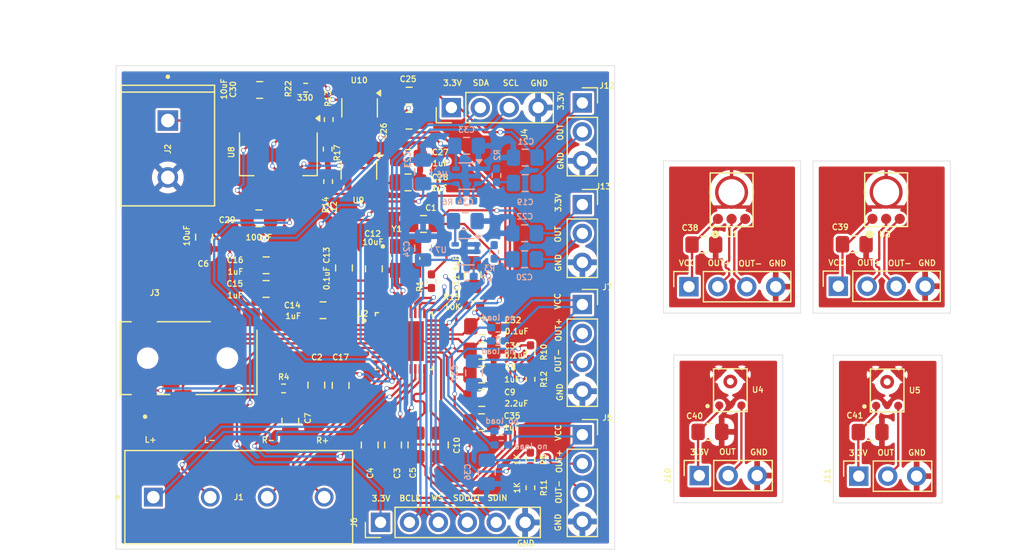
<source format=kicad_pcb>
(kicad_pcb (version 20240108) (generator "pcbnew") (generator_version "8.0")
  (layers (0 "F.Cu" signal) (31 "B.Cu" signal) (34 "B.Paste" user) (35 "F.Paste" user) (36 "B.SilkS" user "B.Silkscreen") (37 "F.SilkS" user "F.Silkscreen") (38 "B.Mask" user) (39 "F.Mask" user) (44 "Edge.Cuts" user))
  (net 0 "")
  (net 1 "/OUT+")
  (net 2 "/IN1+")
  (net 3 "/OUT-")
  (net 4 "/IN1-")
  (net 5 "/OUTPUT")
  (net 6 "/MICBIAS")
  (net 7 "Net-(U2-BIAS)")
  (net 8 "Net-(U2-REF)")
  (net 9 "/ICS_VDD")
  (net 10 "Net-(U2-C1P)")
  (net 11 "Net-(U2-C1N)")
  (net 12 "Net-(U2-CPVDD)")
  (net 13 "Net-(U2-CPVSS)")
  (net 14 "/MCLK")
  (net 15 "Net-(C19-Pad1)")
  (net 16 "Net-(J8-Pin_1)")
  (net 17 "Net-(J9-Pin_1)")
  (net 18 "Net-(C20-Pad1)")
  (net 19 "/SPKRN")
  (net 20 "/SPKLN")
  (net 21 "/SPKRP")
  (net 22 "/SPKLP")
  (net 23 "/HPL")
  (net 24 "/HPR")
  (net 26 "/JACKSNS")
  (net 27 "/OUT")
  (net 28 "Net-(J10-Pin_1)")
  (net 29 "/IN2+")
  (net 30 "/~{IRQ}")
  (net 31 "Net-(U6--)")
  (net 32 "Net-(U7--)")
  (net 33 "Net-(U8-GND)")
  (net 34 "/SCL")
  (net 35 "/SDOUT")
  (net 36 "/SDA")
  (net 37 "/SDIN")
  (net 38 "/WS")
  (net 39 "/BCLK")
  (net 40 "/DGND")
  (net 41 "/IN2-")
  (net 42 "VDD")
  (net 43 "1.8V")
  (net 46 "Net-(U2-DVDDIO)")
  (net 47 "/HPSNS")
  (net 48 "1.2V")
  (net 49 "3.3V")
  (net 50 "GND")
  (net 53 "Net-(J11-Pin_1)")
  (net 54 "/OUT1-")
  (net 55 "/OUT1+")
  (net 56 "/OUTPUT+")
  (net 57 "/OUTPUT-")
  (net 58 "/OUTPUT1")
  (net 59 "/ICS_VDD1")
  (net 60 "/OUT1")
  (net 61 "/OUTPUT1+")
  (net 62 "/OUTPUT1-")
  (footprint "Capacitor_SMD:C_0805_2012Metric_Pad1.18x1.45mm_HandSolder" (layer "F.Cu") (at 148.0875 99.59)
    (property "Reference" "C8")
    (property "Value" "1uF")
  )
  (footprint "Capacitor_SMD:C_0805_2012Metric_Pad1.18x1.45mm_HandSolder" (layer "F.Cu") (at 168.12 104.64 180)
    (property "Reference" "C40")
    (property "Value" "0.1u")
  )
  (footprint "Capacitor_SMD:C_0805_2012Metric_Pad1.18x1.45mm_HandSolder" (layer "F.Cu") (at 131.2756 103.7056 -90)
    (property "Reference" "C7")
    (property "Value" "1uF" (hide yes))
  )
  (footprint "Capacitor_SMD:C_0805_2012Metric_Pad1.18x1.45mm_HandSolder" (layer "F.Cu") (at 142.35 105.7875 -90)
    (property "Reference" "C5")
    (property "Value" "1uF" (hide yes))
  )
  (footprint "Capacitor_SMD:C_0805_2012Metric_Pad1.18x1.45mm_HandSolder" (layer "F.Cu") (at 141.65 80.565)
    (property "Reference" "C27")
    (property "Value" "1uF")
  )
  (footprint "Capacitor_SMD:C_0805_2012Metric_Pad1.18x1.45mm_HandSolder" (layer "F.Cu") (at 144.41 105.7875 90)
    (property "Reference" "C10")
    (property "Value" "1uF" (hide yes))
  )
  (footprint "Capacitor_SMD:C_0805_2012Metric_Pad1.18x1.45mm_HandSolder" (layer "F.Cu") (at 141.6125 82.715)
    (property "Reference" "C28")
    (property "Value" "1uF")
  )
  (footprint "Capacitor_SMD:C_0805_2012Metric_Pad1.18x1.45mm_HandSolder" (layer "F.Cu") (at 135.99 90.23 -90)
    (property "Reference" "C13")
    (property "Value" "0.1uF")
  )
  (footprint "Capacitor_SMD:C_0805_2012Metric_Pad1.18x1.45mm_HandSolder" (layer "F.Cu") (at 128.5875 74.59)
    (property "Reference" "C30")
    (property "Value" "10uF")
  )
  (footprint "Resistor_SMD:R_0402_1005Metric_Pad0.72x0.64mm_HandSolder" (layer "F.Cu") (at 143.6708 91.3999 90)
    (property "Reference" "R1")
    (property "Value" "10K" (hide yes))
  )
  (footprint "Connector_PinSocket_2.54mm:PinSocket_1x03_P2.54mm_Vertical" (layer "F.Cu") (at 181.195 108.53 90)
    (property "Reference" "J11")
    (property "Value" "Conn_01x03" (hide yes))
  )
  (footprint "SJ2-35894B-SMT-TR:CUI_SJ2-35894B-SMT-TR" (layer "F.Cu") (at 122.350314 98.16)
    (property "Reference" "J3")
    (property "Value" "SJ2-35894B-SMT-TR" (hide yes))
  )
  (footprint "Connector_PinSocket_2.54mm:PinSocket_1x04_P2.54mm_Vertical" (layer "F.Cu") (at 166.278842 91.87898 90)
    (property "Reference" "J8" (hide yes))
    (property "Value" "Conn_01x04" (hide yes))
  )
  (footprint "Capacitor_SMD:C_0805_2012Metric_Pad1.18x1.45mm_HandSolder" (layer "F.Cu") (at 167.588842 88.17898 180)
    (property "Reference" "C38")
    (property "Value" "0.1u" (hide yes))
  )
  (footprint "Resistor_SMD:R_0402_1005Metric_Pad0.72x0.64mm_HandSolder" (layer "F.Cu") (at 134.6 82.64 90)
    (property "Reference" "R14")
    (property "Value" "12")
  )
  (footprint "Resistor_SMD:R_0402_1005Metric_Pad0.72x0.64mm_HandSolder" (layer "F.Cu") (at 147.3525 93.54 180)
    (property "Reference" "R15")
    (property "Value" "10K")
  )
  (footprint "ASE-12.288MHZ-LC-T:XTAL_ASE-12.288MHZ-LC-T" (layer "F.Cu") (at 141.4 89.39)
    (property "Reference" "Y1")
    (property "Value" "ASE-12.288MHZ-LC-T" (hide yes))
  )
  (footprint "Capacitor_SMD:C_0805_2012Metric_Pad1.18x1.45mm_HandSolder" (layer "F.Cu") (at 141.7 77.29)
    (property "Reference" "C26")
    (property "Value" "1uF" (hide yes))
  )
  (footprint "Capacitor_SMD:C_0805_2012Metric_Pad1.18x1.45mm_HandSolder" (layer "F.Cu") (at 142.97 86.37 180)
    (property "Reference" "C1")
    (property "Value" "0.01uF" (hide yes))
  )
  (footprint "Capacitor_SMD:C_0805_2012Metric_Pad1.18x1.45mm_HandSolder" (layer "F.Cu") (at 148.0875 101.665)
    (property "Reference" "C9")
    (property "Value" "2.2uF")
  )
  (footprint "Connector_PinSocket_2.54mm:PinSocket_1x03_P2.54mm_Vertical" (layer "F.Cu") (at 167.19 108.48 90)
    (property "Reference" "J10")
    (property "Value" "Conn_01x03" (hide yes))
  )
  (footprint "Capacitor_SMD:C_0805_2012Metric_Pad1.18x1.45mm_HandSolder" (layer "F.Cu") (at 133.5616 100.5267 -90)
    (property "Reference" "C2")
    (property "Value" "1uF" (hide yes))
  )
  (footprint "Capacitor_SMD:C_0805_2012Metric_Pad1.18x1.45mm_HandSolder" (layer "F.Cu") (at 148.1 97.515 180)
    (property "Reference" "C31")
    (property "Value" "0.1uF")
  )
  (footprint "ICS-40730:MIC_ICS-40730" (layer "F.Cu") (at 170.023842 84.24398 90)
    (property "Reference" "U1")
    (property "Value" "ICS-40730" (hide yes))
  )
  (footprint "Capacitor_SMD:C_0805_2012Metric_Pad1.18x1.45mm_HandSolder" (layer "F.Cu") (at 141.7125 75.09)
    (property "Reference" "C25")
    (property "Value" "1uF" (hide yes))
  )
  (footprint "Capacitor_SMD:C_0805_2012Metric_Pad1.18x1.45mm_HandSolder" (layer "F.Cu") (at 182.19 104.66 180)
    (property "Reference" "C41")
    (property "Value" "0.1u")
  )
  (footprint "Capacitor_SMD:C_0805_2012Metric_Pad1.18x1.45mm_HandSolder" (layer "F.Cu") (at 134.15 93.95)
    (property "Reference" "C14")
    (property "Value" "1uF")
  )
  (footprint "CMM-3729AB-38308-TR:XDCR_CMM-3729AB-38308-TR" (layer "F.Cu") (at 183.685 101.005 180)
    (property "Reference" "U5")
    (property "Value" "CMM-3729AB-38308-TR" (hide yes))
  )
  (footprint "Package_TO_SOT_SMD:SOT-23-5" (layer "F.Cu") (at 137.3625 76.165 -90)
    (property "Reference" "U10")
    (property "Value" "LD39015M12R" (hide yes))
  )
  (footprint "Capacitor_SMD:C_0805_2012Metric_Pad1.18x1.45mm_HandSolder" (layer "F.Cu") (at 123.7 87.5275 90)
    (property "Reference" "C6")
    (property "Value" "10uF")
  )
  (footprint "Connector_PinSocket_2.54mm:PinSocket_1x03_P2.54mm_Vertical" (layer "F.Cu") (at 156.92 84.66)
    (property "Reference" "J13")
    (property "Value" "Conn_01x03" (hide yes))
  )
  (footprint "Connector_PinSocket_2.54mm:PinSocket_1x04_P2.54mm_Vertical" (layer "F.Cu") (at 156.92 93.45)
    (property "Reference" "J7")
    (property "Value" "Conn_01x04" (hide yes))
  )
  (footprint "Resistor_SMD:R_0402_1005Metric_Pad0.72x0.64mm_HandSolder" (layer "F.Cu") (at 134.65 77.1925 90)
    (property "Reference" "R13")
    (property "Value" "8" (hide yes))
  )
  (footprint "Capacitor_SMD:C_0805_2012Metric_Pad1.18x1.45mm_HandSolder" (layer "F.Cu") (at 129.1525 92.08)
    (property "Reference" "C15")
    (property "Value" "1uF")
  )
  (footprint "Connector_PinSocket_2.54mm:PinSocket_1x03_P2.54mm_Vertical" (layer "F.Cu") (at 156.92 75.73)
    (property "Reference" "J12")
    (property "Value" "Conn_01x03" (hide yes))
  )
  (footprint "Capacitor_SMD:C_0805_2012Metric_Pad1.18x1.45mm_HandSolder" (layer "F.Cu") (at 128.515 85.87)
    (property "Reference" "C29")
    (property "Value" "100nF")
  )
  (footprint "Resistor_SMD:R_0402_1005Metric_Pad0.72x0.64mm_HandSolder" (layer "F.Cu") (at 152.36 107.0608 -90)
    (property "Reference" "R5")
    (property "Value" "1K")
  )
  (footprint "Resistor_SMD:R_0402_1005Metric_Pad0.72x0.64mm_HandSolder" (layer "F.Cu") (at 152.37 97.6324 -90)
    (property "Reference" "R10")
    (property "Value" "1K" (hide yes))
  )
  (footprint "CMM-3729AB-38308-TR:XDCR_CMM-3729AB-38308-TR" (layer "F.Cu") (at 169.915 100.975 180)
    (property "Reference" "U4")
    (property "Value" "CMM-3729AB-38308-TR" (hide yes))
  )
  (footprint "Capacitor_SMD:C_0805_2012Metric_Pad1.18x1.45mm_HandSolder" (layer "F.Cu") (at 138.25 105.79 90)
    (property "Reference" "C4")
    (property "Value" "1uF" (hide yes))
  )
  (footprint "Capacitor_SMD:C_0805_2012Metric_Pad1.18x1.45mm_HandSolder" (layer "F.Cu") (at 129.1575 90)
    (property "Reference" "C16")
    (property "Value" "1uF")
  )
  (footprint "MAX98090AETL_T:QFN40P500X500X80-41N" (layer "F.Cu") (at 141.25 96.665)
    (property "Reference" "U2")
    (property "Value" "MAX98090AETL_T" (hide yes))
  )
  (footprint "Connector_PinHeader_2.54mm:PinHeader_1x04_P2.54mm_Vertical" (layer "F.Cu") (at 145.42 76.14 90)
    (property "Reference" "J4")
    (property "Value" "Conn_01x04" (hide yes))
  )
  (footprint "Connector_PinSocket_2.54mm:PinSocket_1x04_P2.54mm_Vertical" (layer "F.Cu") (at 156.92 104.89)
    (property "Reference" "J5")
    (property "Value" "Conn_01x04")
  )
  (footprint "Capacitor_SMD:C_0805_2012Metric_Pad1.18x1.45mm_HandSolder" (layer "F.Cu") (at 180.8 88.15 180)
    (property "Reference" "C39")
    (property "Value" "0.1u" (hide yes))
  )
  (footprint "Connector_PinSocket_2.54mm:PinSocket_1x04_P2.54mm_Vertical" (layer "F.Cu") (at 179.4 91.84 90)
    (property "Reference" "J9" (hide yes))
    (property "Value" "Conn_01x04" (hide yes))
  )
  (footprint "282836_2:TE_282836-2" (layer "F.Cu") (at 120.525 79.7775 -90)
    (property "Reference" "J2")
    (property "Value" "Screw_Terminal_01x02" (hide yes))
  )
  (footprint "Resistor_SMD:R_0402_1005Metric_Pad0.72x0.64mm_HandSolder" (layer "F.Cu") (at 130.6875 100.82 180)
    (property "Reference" "R4")
    (property "Value" "2.2K" (hide yes))
  )
  (footprint "Capacitor_SMD:C_0805_2012Metric_Pad1.18x1.45mm_HandSolder" (layer "F.Cu") (at 135.6952 100.556 -90)
    (property "Reference" "C17")
    (property "Value" "1uF" (hide yes))
  )
  (footprint "Connector_PinHeader_2.54mm:PinHeader_1x06_P2.54mm_Vertical" (layer "F.Cu") (at 139.2004 112.5956 90)
    (property "Reference" "J6")
    (property "Value" "Conn_01x06" (hide yes))
  )
  (footprint "Capacitor_SMD:C_0805_2012Metric_Pad1.18x1.45mm_HandSolder" (layer "F.Cu") (at 147.29 90.82 -90)
    (property "Reference" "C11")
    (property "Value" "1uF")
  )
  (footprint "ICS-40730:MIC_ICS-40730" (layer "F.Cu") (at 183.595 84.235 90)
    (property "Reference" "U3")
    (property "Value" "ICS-40730" (hide yes))
  )
  (footprint "Resistor_SMD:R_0402_1005Metric_Pad0.72x0.64mm_HandSolder" (layer "F.Cu") (at 132.6275 74.39)
    (property "Reference" "R22")
    (property "Value" "330")
  )
  (footprint "Capacitor_SMD:C_0805_2012Metric_Pad1.18x1.45mm_HandSolder" (layer "F.Cu") (at 148.0625 103.79)
    (property "Reference" "C35")
    (property "Value" "1uF")
  )
  (footprint "Capacitor_SMD:C_0805_2012Metric_Pad1.18x1.45mm_HandSolder" (layer "F.Cu") (at 140.3 105.7875 -90)
    (property "Reference" "C3")
    (property "Value" "1uF" (hide yes))
  )
  (footprint "Resistor_SMD:R_0402_1005Metric_Pad0.72x0.64mm_HandSolder" (layer "F.Cu") (at 152.36 109.55 -90)
    (property "Reference" "R11")
    (property "Value" "1K")
  )
  (footprint "Package_TO_SOT_SMD:SOT-223-3_TabPin2" (layer "F.Cu") (at 130.225 80.215 -90)
    (property "Reference" "U8")
    (property "Value" "LD1117S12TR_SOT223" (hide yes))
  )
  (footprint "Capacitor_SMD:C_0805_2012Metric_Pad1.18x1.45mm_HandSolder" (layer "F.Cu") (at 148.1625 95.365 180)
    (property "Reference" "C32")
    (property "Value" "0.1uF")
  )
  (footprint "Capacitor_SMD:C_0805_2012Metric_Pad1.18x1.45mm_HandSolder" (layer "F.Cu") (at 138.615 90.305 -90)
    (property "Reference" "C12")
    (property "Value" "10uF")
  )
  (footprint "282836-4:TE_282836-4" (layer "F.Cu") (at 126.75 110.38)
    (property "Reference" "J1")
    (property "Value" "Screw_Terminal_01x04" (hide yes))
  )
  (footprint "Package_TO_SOT_SMD:SOT-23-5" (layer "F.Cu") (at 137.3 81.6275 -90)
    (property "Reference" "U9")
    (property "Value" "LD39015M18R" (hide yes))
  )
  (footprint "Resistor_SMD:R_0402_1005Metric_Pad0.72x0.64mm_HandSolder" (layer "F.Cu") (at 152.37 100.02 -90)
    (property "Reference" "R12")
    (property "Value" "1K" (hide yes))
  )
  (footprint "Resistor_SMD:R_0402_1005Metric_Pad0.72x0.64mm_HandSolder" (layer "F.Cu") (at 134.56 79.79 -90)
    (property "Reference" "R17")
    (property "Value" "541" (hide yes))
  )
  (footprint "Resistor_SMD:R_0402_1005Metric_Pad0.72x0.64mm_HandSolder" (layer "B.Cu") (at 149.8075 104.57 180)
    (property "Reference" "no load")
    (property "Value" "0" (hide yes))
  )
  (footprint "Capacitor_SMD:C_0805_2012Metric_Pad1.18x1.45mm_HandSolder" (layer "B.Cu") (at 146.755 79.5 180)
    (property "Reference" "C33")
    (property "Value" "0.1uF" (hide yes))
  )
  (footprint "Capacitor_SMD:C_0805_2012Metric_Pad1.18x1.45mm_HandSolder" (layer "B.Cu") (at 151.8525 89.47)
    (property "Reference" "C20")
    (property "Value" "0.1uF" (hide yes))
  )
  (footprint "Resistor_SMD:R_0402_1005Metric_Pad0.72x0.64mm_HandSolder" (layer "B.Cu") (at 149.3825 82.11 90)
    (property "Reference" "R2")
    (property "Value" "2K" (hide yes))
  )
  (footprint "Package_TO_SOT_SMD:SOT-353_SC-70-5" (layer "B.Cu") (at 146.7725 82.16 180)
    (property "Reference" "U6")
    (property "Value" "TLV172IDCK" (hide yes))
  )
  (footprint "Capacitor_SMD:C_0805_2012Metric_Pad1.18x1.45mm_HandSolder" (layer "B.Cu") (at 142.9349 88.4836 90)
    (property "Reference" "C24")
    (property "Value" "0.1uF" (hide yes))
  )
  (footprint "Capacitor_SMD:C_0805_2012Metric_Pad1.18x1.45mm_HandSolder" (layer "B.Cu") (at 151.9025 82.77)
    (property "Reference" "C19")
    (property "Value" "0.1uF" (hide yes))
  )
  (footprint "Resistor_SMD:R_0402_1005Metric_Pad0.72x0.64mm_HandSolder" (layer "B.Cu") (at 149.51 95.48 180)
    (property "Reference" "no load")
    (property "Value" "0")
  )
  (footprint "Resistor_SMD:R_0402_1005Metric_Pad0.72x0.64mm_HandSolder" (layer "B.Cu") (at 149.1816 88.8217 90)
    (property "Reference" "R3")
    (property "Value" "2K" (hide yes))
  )
  (footprint "Resistor_SMD:R_0402_1005Metric_Pad0.72x0.64mm_HandSolder" (layer "B.Cu") (at 146.7824 90.9736 180)
    (property "Reference" "R7")
    (property "Value" "100K" (hide yes))
  )
  (footprint "Capacitor_SMD:C_0805_2012Metric_Pad1.18x1.45mm_HandSolder" (layer "B.Cu") (at 148.5275 108.17 -90)
    (property "Reference" "C36")
    (property "Value" "0.1uF")
  )
  (footprint "Capacitor_SMD:C_0805_2012Metric_Pad1.18x1.45mm_HandSolder" (layer "B.Cu") (at 147.41 99.4672 -90)
    (property "Reference" "C37")
    (property "Value" "0.1uF")
  )
  (footprint "Resistor_SMD:R_0402_1005Metric_Pad0.72x0.64mm_HandSolder" (layer "B.Cu") (at 146.7425 84.34 180)
    (property "Reference" "R6")
    (property "Value" "100K" (hide yes))
  )
  (footprint "Capacitor_SMD:C_0805_2012Metric_Pad1.18x1.45mm_HandSolder" (layer "B.Cu") (at 151.8525 87.184)
    (property "Reference" "C22")
    (property "Value" "0.1uF" (hide yes))
  )
  (footprint "Resistor_SMD:R_0402_1005Metric_Pad0.72x0.64mm_HandSolder" (layer "B.Cu") (at 149.5 96.65 180)
    (property "Reference" "no load")
    (property "Value" "0" (hide yes))
  )
  (footprint "Capacitor_SMD:C_0805_2012Metric_Pad1.18x1.45mm_HandSolder" (layer "B.Cu") (at 146.6449 86.1136 180)
    (property "Reference" "C34")
    (property "Value" "0.1uF" (hide yes))
  )
  (footprint "Capacitor_SMD:C_0805_2012Metric_Pad1.18x1.45mm_HandSolder" (layer "B.Cu") (at 151.9025 80.5348)
    (property "Reference" "C21")
    (property "Value" "0.1uF" (hide yes))
  )
  (footprint "Resistor_SMD:R_0402_1005Metric_Pad0.72x0.64mm_HandSolder" (layer "B.Cu") (at 149.8075 105.7892 180)
    (property "Reference" "no load")
    (property "Value" "0" (hide yes))
  )
  (footprint "Capacitor_SMD:C_0805_2012Metric_Pad1.18x1.45mm_HandSolder" (layer "B.Cu") (at 142.94 81.79 90)
    (property "Reference" "C23")
    (property "Value" "0.1uF" (hide yes))
  )
  (footprint "Package_TO_SOT_SMD:SOT-353_SC-70-5" (layer "B.Cu") (at 146.7076 88.8096 180)
    (property "Reference" "U7")
    (property "Value" "TLV172IDCK" (hide yes))
  )
  (gr_rect (start 164.037442 80.82148) (end 176.094442 94.19648) (stroke (width 0.05)) (fill none) (layer "Edge.Cuts"))
  (gr_rect (start 177.1786 80.83) (end 189.2356 94.2) (stroke (width 0.05)) (fill none) (layer "Edge.Cuts"))
  (gr_rect (start 178.955 97.9) (end 188.515 110.88) (stroke (width 0.05)) (fill none) (layer "Edge.Cuts"))
  (gr_rect (start 115.98 72.4625) (end 159.7586 114.9475) (stroke (width 0.05)) (fill none) (layer "Edge.Cuts"))
  (gr_rect (start 164.955 97.885) (end 174.52 110.87) (stroke (width 0.05)) (fill none) (layer "Edge.Cuts"))
  (gr_text "GND" (at 155.1 90.61 90) (layer "F.SilkS") (effects (font (size 0.5 0.5) (thickness 0.1) (bold yes)) (justify left bottom)))
  (gr_text "SDIN" (at 148.53 110.74 0) (layer "F.SilkS") (effects (font (size 0.5 0.5) (thickness 0.1) (bold yes)) (justify left bottom)))
  (gr_text "SDOUT" (at 145.51 110.75 0) (layer "F.SilkS") (effects (font (size 0.5 0.5) (thickness 0.1) (bold yes)) (justify left bottom)))
  (gr_text "GND" (at 186.36 90.09 0) (layer "F.SilkS") (effects (font (size 0.5 0.5) (thickness 0.1) (bold yes)) (justify left bottom)))
  (gr_text "OUT-" (at 155.14 111.01 90) (layer "F.SilkS") (effects (font (size 0.5 0.5) (thickness 0.1) (bold yes)) (justify left bottom)))
  (gr_text "GND" (at 185.48 106.76 0) (layer "F.SilkS") (effects (font (size 0.5 0.5) (thickness 0.1) (bold yes)) (justify left bottom)))
  (gr_text "OUT" (at 155.07 88.05 90) (layer "F.SilkS") (effects (font (size 0.5 0.5) (thickness 0.1) (bold yes)) (justify left bottom)))
  (gr_text "OUT+" (at 167.878842 90.09898 0) (layer "F.SilkS") (effects (font (size 0.5 0.5) (thickness 0.1) (bold yes)) (justify left bottom)))
  (gr_text "WS" (at 143.6 110.74 0) (layer "F.SilkS") (effects (font (size 0.5 0.5) (thickness 0.1) (bold yes)) (justify left bottom)))
  (gr_text "SDA" (at 147.24 74.26 0) (layer "F.SilkS") (effects (font (size 0.5 0.5) (thickness 0.1) (bold yes)) (justify left bottom)))
  (gr_text "R+" (at 133.49 105.68 0) (layer "F.SilkS") (effects (font (size 0.5 0.5) (thickness 0.1) (bold yes)) (justify left bottom)))
  (gr_text "R-" (at 128.72 105.65 0) (layer "F.SilkS") (effects (font (size 0.5 0.5) (thickness 0.1) (bold yes)) (justify left bottom)))
  (gr_text "OUT+" (at 155.18 108.31 90) (layer "F.SilkS") (effects (font (size 0.5 0.5) (thickness 0.1) (bold yes)) (justify left bottom)))
  (gr_text "SCL" (at 149.88 74.27 0) (layer "F.SilkS") (effects (font (size 0.5 0.5) (thickness 0.1) (bold yes)) (justify left bottom)))
  (gr_text "GND" (at 155.08 113.43 90) (layer "F.SilkS") (effects (font (size 0.5 0.5) (thickness 0.1) (bold yes)) (justify left bottom)))
  (gr_text "3.3V" (at 180.27 106.79 0) (layer "F.SilkS") (effects (font (size 0.5 0.5) (thickness 0.1) (bold yes)) (justify left bottom)))
  (gr_text "3.3V" (at 166.32 106.72 0) (layer "F.SilkS") (effects (font (size 0.5 0.5) (thickness 0.1) (bold yes)) (justify left bottom)))
  (gr_text "GND" (at 155.24 101.98 90) (layer "F.SilkS") (effects (font (size 0.5 0.5) (thickness 0.1) (bold yes)) (justify left bottom)))
  (gr_text "GND" (at 171.6 106.72 0) (layer "F.SilkS") (effects (font (size 0.5 0.5) (thickness 0.1) (bold yes)) (justify left bottom)))
  (gr_text "GND" (at 173.228842 90.11898 0) (layer "F.SilkS") (effects (font (size 0.5 0.5) (thickness 0.1) (bold yes)) (justify left bottom)))
  (gr_text "OUT+" (at 155.12 96.76 90) (layer "F.SilkS") (effects (font (size 0.5 0.5) (thickness 0.1) (bold yes)) (justify left bottom)))
  (gr_text "VCC" (at 155.1 105.5 90) (layer "F.SilkS") (effects (font (size 0.5 0.5) (thickness 0.1) (bold yes)) (justify left bottom)))
  (gr_text "3.3V" (at 138.37 110.79 0) (layer "F.SilkS") (effects (font (size 0.5 0.5) (thickness 0.1) (bold yes)) (justify left bottom)))
  (gr_text "VCC" (at 155.04 93.95 90) (layer "F.SilkS") (effects (font (size 0.5 0.5) (thickness 0.1) (bold yes)) (justify left bottom)))
  (gr_text "BCLK" (at 140.8 110.77 0) (layer "F.SilkS") (effects (font (size 0.5 0.5) (thickness 0.1) (bold yes)) (justify left bottom)))
  (gr_text "L+" (at 118.43 105.62 0) (layer "F.SilkS") (effects (font (size 0.5 0.5) (thickness 0.1) (bold yes)) (justify left bottom)))
  (gr_text "3.3V" (at 155.1 85.38 90) (layer "F.SilkS") (effects (font (size 0.5 0.5) (thickness 0.1) (bold yes)) (justify left bottom)))
  (gr_text "OUT" (at 182.78 106.76 0) (layer "F.SilkS") (effects (font (size 0.5 0.5) (thickness 0.1) (bold yes)) (justify left bottom)))
  (gr_text "OUT-" (at 170.578842 90.13898 0) (layer "F.SilkS") (effects (font (size 0.5 0.5) (thickness 0.1) (bold yes)) (justify left bottom)))
  (gr_text "OUT" (at 168.88 106.69 0) (layer "F.SilkS") (effects (font (size 0.5 0.5) (thickness 0.1) (bold yes)) (justify left bottom)))
  (gr_text "3.3V" (at 155.32 76.43 90) (layer "F.SilkS") (effects (font (size 0.5 0.5) (thickness 0.1) (bold yes)) (justify left bottom)))
  (gr_text "GND" (at 152.31 74.29 0) (layer "F.SilkS") (effects (font (size 0.5 0.5) (thickness 0.1) (bold yes)) (justify left bottom)))
  (gr_text "L-" (at 123.63 105.65 0) (layer "F.SilkS") (effects (font (size 0.5 0.5) (thickness 0.1) (bold yes)) (justify left bottom)))
  (gr_text "OUT-" (at 155.08 99.46 90) (layer "F.SilkS") (effects (font (size 0.5 0.5) (thickness 0.1) (bold yes)) (justify left bottom)))
  (gr_text "3.3V" (at 144.64 74.27 0) (layer "F.SilkS") (effects (font (size 0.5 0.5) (thickness 0.1) (bold yes)) (justify left bottom)))
  (gr_text "OUT" (at 155.27 79.09 90) (layer "F.SilkS") (effects (font (size 0.5 0.5) (thickness 0.1) (bold yes)) (justify left bottom)))
  (gr_text "OUT-" (at 183.71 90.11 0) (layer "F.SilkS") (effects (font (size 0.5 0.5) (thickness 0.1) (bold yes)) (justify left bottom)))
  (gr_text "OUT+" (at 181.01 90.07 0) (layer "F.SilkS") (effects (font (size 0.5 0.5) (thickness 0.1) (bold yes)) (justify left bottom)))
  (gr_text "VCC" (at 165.338842 90.09898 0) (layer "F.SilkS") (effects (font (size 0.5 0.5) (thickness 0.1) (bold yes)) (justify left bottom)))
  (gr_text "GND" (at 155.3 81.65 90) (layer "F.SilkS") (effects (font (size 0.5 0.5) (thickness 0.1) (bold yes)) (justify left bottom)))
  (gr_text "GND" (at 151.12 114.72 0) (layer "F.SilkS") (effects (font (size 0.5 0.5) (thickness 0.1) (bold yes)) (justify left bottom)))
  (gr_text "VCC" (at 178.47 90.07 0) (layer "F.SilkS") (effects (font (size 0.5 0.5) (thickness 0.1) (bold yes)) (justify left bottom)))
  (segment (start 182.989999 88.96) (end 182.989999 87.083604) (width 0.2) (layer "F.Cu") (net 1))
  (segment (start 182.989999 87.083604) (end 183.595 86.478603) (width 0.2) (layer "F.Cu") (net 1))
  (segment (start 182.989999 89.421544) (end 182.989999 89.09) (width 0.2) (layer "F.Cu") (net 1))
  (segment (start 182.989999 90.790001) (end 182.989999 90.29) (width 0.2) (layer "F.Cu") (net 1))
  (segment (start 182.989999 89.09) (end 182.989999 88.96) (width 0.2) (layer "F.Cu") (net 1))
  (segment (start 181.94 91.84) (end 182.989999 90.790001) (width 0.2) (layer "F.Cu") (net 1))
  (segment (start 182.721543 90.021544) (end 182.721543 89.69) (width 0.2) (layer "F.Cu") (net 1))
  (segment (start 183.595 86.478603) (end 183.595 85.915) (width 0.2) (layer "F.Cu") (net 1))
  (arc (start 182.989999 90.29) (mid 182.950685 90.195086) (end 182.855771 90.155772) (width 0.2) (layer "F.Cu") (net 1))
  (arc (start 182.721543 89.69) (mid 182.760857 89.595086) (end 182.855771 89.555772) (width 0.2) (layer "F.Cu") (net 1))
  (arc (start 182.855771 90.155772) (mid 182.760857 90.116458) (end 182.721543 90.021544) (width 0.2) (layer "F.Cu") (net 1))
  (arc (start 182.855771 89.555772) (mid 182.950685 89.516458) (end 182.989999 89.421544) (width 0.2) (layer "F.Cu") (net 1))
  (segment (start 142.65 99.105) (end 142.65 99.915) (width 0.18) (layer "F.Cu") (net 2))
  (segment (start 142.65 100.18) (end 139.501251 103.328749) (width 0.2) (layer "F.Cu") (net 2))
  (segment (start 140.9276 104.1224) (end 140.3 104.75) (width 0.2) (layer "F.Cu") (net 2))
  (segment (start 142.55 84.39) (end 139.35 84.39) (width 0.2) (layer "F.Cu") (net 2))
  (segment (start 139.35 84.39) (end 138.22 85.52) (width 0.2) (layer "F.Cu") (net 2))
  (segment (start 139.501251 103.951251) (end 140.3 104.75) (width 0.2) (layer "F.Cu") (net 2))
  (segment (start 140.9276 103.0452) (end 140.9276 104.1224) (width 0.2) (layer "F.Cu") (net 2))
  (segment (start 142.65 99.915) (end 142.65 100.18) (width 0.2) (layer "F.Cu") (net 2))
  (segment (start 139.501251 103.328749) (end 139.501251 103.951251) (width 0.2) (layer "F.Cu") (net 2))
  (via (at 138.22 85.52) (size 0.4) (drill 0.3) (layers "F.Cu" "B.Cu") (net 2))
  (via (at 142.55 84.39) (size 0.4) (drill 0.3) (layers "F.Cu" "B.Cu") (net 2))
  (via (at 140.9276 103.0452) (size 0.4) (drill 0.3) (layers "F.Cu" "B.Cu") (net 2))
  (segment (start 142.55 84.39) (end 142.94 84) (width 0.2) (layer "B.Cu") (net 2))
  (segment (start 142.94 82.8275) (end 145.805 82.8275) (width 0.2) (layer "B.Cu") (net 2))
  (segment (start 138.22 85.54) (end 137.45 86.31) (width 0.2) (layer "B.Cu") (net 2))
  (segment (start 146.145 83.1325) (end 145.8225 82.81) (width 0.2) (layer "B.Cu") (net 2))
  (segment (start 142.94 84) (end 142.94 82.8275) (width 0.2) (layer "B.Cu") (net 2))
  (segment (start 137.45 96.732893) (end 140.9276 100.210493) (width 0.2) (layer "B.Cu") (net 2))
  (segment (start 138.22 85.52) (end 138.22 85.54) (width 0.2) (layer "B.Cu") (net 2))
  (segment (start 146.145 84.34) (end 146.145 83.1325) (width 0.2) (layer "B.Cu") (net 2))
  (segment (start 145.805 82.8275) (end 145.8225 82.81) (width 0.2) (layer "B.Cu") (net 2))
  (segment (start 140.9276 100.210493) (end 140.9276 103.0452) (width 0.2) (layer "B.Cu") (net 2))
  (segment (start 137.45 86.31) (end 137.45 96.732893) (width 0.2) (layer "B.Cu") (net 2))
  (segment (start 183.440001 90.800001) (end 184.48 91.84) (width 0.2) (layer "F.Cu") (net 3))
  (segment (start 184.795 85.915) (end 183.440001 87.269999) (width 0.2) (layer "F.Cu") (net 3))
  (segment (start 183.440001 87.269999) (end 183.440001 90.800001) (width 0.2) (layer "F.Cu") (net 3))
  (segment (start 142.25 99.915) (end 142.25 100.014314) (width 0.2) (layer "F.Cu") (net 4))
  (segment (start 138.25 104.014314) (end 138.25 104.7525) (width 0.2) (layer "F.Cu") (net 4))
  (segment (start 142.25 100.014314) (end 138.25 104.014314) (width 0.2) (layer "F.Cu") (net 4))
  (segment (start 142.25 99.105) (end 142.25 99.915) (width 0.18) (layer "F.Cu") (net 4))
  (segment (start 184.655 107.61) (end 183.735 108.53) (width 0.2) (layer "F.Cu") (net 5))
  (segment (start 184.655 102.345) (end 184.655 107.61) (width 0.2) (layer "F.Cu") (net 5))
  (segment (start 145.71 102.475) (end 147.025 103.79) (width 0.2) (layer "F.Cu") (net 6))
  (segment (start 147.025 103.79) (end 147.025 103.965) (width 0.2) (layer "F.Cu") (net 6))
  (segment (start 147.025 103.79) (end 146.05 103.79) (width 0.2) (layer "F.Cu") (net 6))
  (segment (start 131.2756 100.8294) (end 131.285 100.82) (width 0.2) (layer "F.Cu") (net 6))
  (segment (start 128.0537 105.89) (end 128.125 105.8187) (width 0.2) (layer "F.Cu") (net 6))
  (segment (start 152.37 97.0349) (end 151.5651 97.0349) (width 0.2) (layer "F.Cu") (net 6))
  (segment (start 128.12 105.8237) (end 128.12 105.89) (width 0.2) (layer "F.Cu") (net 6))
  (segment (start 136.73 105.75) (end 145.065 105.75) (width 0.2) (layer "F.Cu") (net 6))
  (segment (start 144.264142 98.065) (end 143.69 98.065) (width 0.18) (layer "F.Cu") (net 6))
  (segment (start 151.32 97.34) (end 151.26 97.34) (width 0.2) (layer "F.Cu") (net 6))
  (segment (start 151.32 97.28) (end 151.32 97.34) (width 0.2) (layer "F.Cu") (net 6))
  (segment (start 146.05 103.79) (end 144.52 102.26) (width 0.2) (layer "F.Cu") (net 6))
  (segment (start 151.8867 106.4633) (end 152.36 106.4633) (width 0.2) (layer "F.Cu") (net 6))
  (segment (start 144.52 98.320858) (end 144.264142 98.065) (width 0.2) (layer "F.Cu") (net 6))
  (segment (start 151.5651 97.0349) (end 151.32 97.28) (width 0.2) (layer "F.Cu") (net 6))
  (segment (start 128.12 105.89) (end 128.0537 105.89) (width 0.2) (layer "F.Cu") (net 6))
  (segment (start 144.52 102.26) (end 144.52 98.320858) (width 0.2) (layer "F.Cu") (net 6))
  (segment (start 145.065 105.75) (end 147.025 103.79) (width 0.2) (layer "F.Cu") (net 6))
  (segment (start 145.71 101.3) (end 145.71 102.475) (width 0.2) (layer "F.Cu") (net 6))
  (segment (start 146.88 106.09) (end 147.025 105.945) (width 0.2) (layer "F.Cu") (net 6))
  (segment (start 135.68 106.8) (end 136.73 105.75) (width 0.2) (layer "F.Cu") (net 6))
  (segment (start 147.025 105.945) (end 147.025 103.79) (width 0.2) (layer "F.Cu") (net 6))
  (segment (start 150.24 108.11) (end 151.8867 106.4633) (width 0.2) (layer "F.Cu") (net 6))
  (segment (start 131.2756 102.6681) (end 131.2756 100.8294) (width 0.2) (layer "F.Cu") (net 6))
  (segment (start 151.26 97.34) (end 151.29 97.31) (width 0.2) (layer "F.Cu") (net 6))
  (segment (start 131.2756 102.6681) (end 128.12 105.8237) (width 0.2) (layer "F.Cu") (net 6))
  (via (at 150.24 108.11) (size 0.4) (drill 0.3) (layers "F.Cu" "B.Cu") (net 6))
  (via (at 151.32 97.34) (size 0.4) (drill 0.3) (layers "F.Cu" "B.Cu") (net 6))
  (via (at 128.12 105.89) (size 0.4) (drill 0.3) (layers "F.Cu" "B.Cu") (net 6))
  (via (at 145.71 101.3) (size 0.4) (drill 0.3) (layers "F.Cu" "B.Cu") (net 6))
  (via (at 146.88 106.09) (size 0.4) (drill 0.3) (layers "F.Cu" "B.Cu") (net 6))
  (via (at 135.68 106.8) (size 0.4) (drill 0.3) (layers "F.Cu" "B.Cu") (net 6))
  (segment (start 151.32 97.34) (end 146.808672 97.34) (width 0.2) (layer "B.Cu") (net 6))
  (segment (start 150.24 108.11) (end 150.22 108.13) (width 0.2) (layer "B.Cu") (net 6))
  (segment (start 146.88 107.31) (end 146.88 106.09) (width 0.2) (layer "B.Cu") (net 6))
  (segment (start 129.03 106.8) (end 128.12 105.89) (width 0.2) (layer "B.Cu") (net 6))
  (segment (start 147.7 108.13) (end 146.88 107.31) (width 0.2) (layer "B.Cu") (net 6))
  (segment (start 146.808672 97.34) (end 145.71 98.438672) (width 0.2) (layer "B.Cu") (net 6))
  (segment (start 135.68 106.8) (end 129.03 106.8) (width 0.2) (layer "B.Cu") (net 6))
  (segment (start 145.71 98.438672) (end 145.71 101.3) (width 0.2) (layer "B.Cu") (net 6))
  (segment (start 150.22 108.13) (end 147.7 108.13) (width 0.2) (layer "B.Cu") (net 6))
  (segment (start 144.835 97.265) (end 144.3 97.265) (width 0.2) (layer "F.Cu") (net 7))
  (segment (start 147.05 99.59) (end 145.87 99.59) (width 0.2) (layer "F.Cu") (net 7))
  (segment (start 145.45 99.17) (end 145.45 97.88) (width 0.2) (layer "F.Cu") (net 7))
  (segment (start 144.3 97.265) (end 144.525 97.265) (width 0.18) (layer "F.Cu") (net 7))
  (segment (start 143.69 97.265) (end 144.3 97.265) (width 0.18) (layer "F.Cu") (net 7))
  (segment (start 145.87 99.59) (end 145.45 99.17) (width 0.2) (layer "F.Cu") (net 7))
  (segment (start 145.45 97.88) (end 144.835 97.265) (width 0.2) (layer "F.Cu") (net 7))
  (segment (start 143.69 97.665) (end 144.27 97.665) (width 0.18) (layer "F.Cu") (net 8))
  (segment (start 144.669314 97.665) (end 144.27 97.665) (width 0.2) (layer "F.Cu") (net 8))
  (segment (start 145.03 99.645) (end 145.03 98.025686) (width 0.2) (layer "F.Cu") (net 8))
  (segment (start 147.05 101.665) (end 145.03 99.645) (width 0.2) (layer "F.Cu") (net 8))
  (segment (start 145.03 98.025686) (end 144.669314 97.665) (width 0.2) (layer "F.Cu") (net 8))
  (segment (start 153.0775 93.67) (end 156.7 93.67) (width 0.2) (layer "B.Cu") (net 9))
  (segment (start 156.7 93.67) (end 156.92 93.45) (width 0.2) (layer "B.Cu") (net 9))
  (segment (start 147.41 98.4297) (end 147.5297 98.31) (width 0.2) (layer "B.Cu") (net 9))
  (segment (start 156.54 93.07) (end 156.92 93.45) (width 0.2) (layer "B.Cu") (net 9))
  (segment (start 152.06 98.31) (end 156.92 93.45) (width 0.2) (layer "B.Cu") (net 9))
  (segment (start 150.0975 96.65) (end 153.0775 93.67) (width 0.2) (layer "B.Cu") (net 9))
  (segment (start 152.5175 93.07) (end 156.54 93.07) (width 0.2) (layer "B.Cu") (net 9))
  (segment (start 150.1075 95.48) (end 152.5175 93.07) (width 0.2) (layer "B.Cu") (net 9))
  (segment (start 147.5297 98.31) (end 152.06 98.31) (width 0.2) (layer "B.Cu") (net 9))
  (segment (start 134.5975 92.465) (end 139.025 92.465) (width 0.2) (layer "F.Cu") (net 10))
  (segment (start 139.85 93.29) (end 139.85 93.691082) (width 0.2) (layer "F.Cu") (net 10))
  (segment (start 139.025 92.465) (end 139.85 93.29) (width 0.2) (layer "F.Cu") (net 10))
  (segment (start 139.85 94.225) (end 139.85 93.44) (width 0.18) (layer "F.Cu") (net 10))
  (segment (start 133.1125 93.95) (end 134.5975 92.465) (width 0.2) (layer "F.Cu") (net 10))
  (segment (start 139.85 93.691082) (end 139.86 93.701082) (width 0.2) (layer "F.Cu") (net 10))
  (segment (start 135.1875 93.95) (end 136.1975 92.94) (width 0.2) (layer "F.Cu") (net 11))
  (segment (start 136.1975 92.94) (end 138.85 92.94) (width 0.2) (layer "F.Cu") (net 11))
  (segment (start 139.45 93.665) (end 139.45 93.465) (width 0.18) (layer "F.Cu") (net 11))
  (segment (start 139.45 94.225) (end 139.45 93.665) (width 0.18) (layer "F.Cu") (net 11))
  (segment (start 139.45 93.54) (end 139.45 93.665) (width 0.2) (layer "F.Cu") (net 11))
  (segment (start 138.85 92.94) (end 139.45 93.54) (width 0.2) (layer "F.Cu") (net 11))
  (segment (start 131.585 95.665) (end 138.32 95.665) (width 0.2) (layer "F.Cu") (net 12))
  (segment (start 130.19 92.08) (end 130.19 94.27) (width 0.2) (layer "F.Cu") (net 12))
  (segment (start 138.32 95.665) (end 138.035 95.665) (width 0.18) (layer "F.Cu") (net 12))
  (segment (start 138.81 95.665) (end 138.32 95.665) (width 0.18) (layer "F.Cu") (net 12))
  (segment (start 130.19 94.27) (end 131.585 95.665) (width 0.2) (layer "F.Cu") (net 12))
  (segment (start 138.81 95.265) (end 138.1 95.265) (width 0.18) (layer "F.Cu") (net 13))
  (segment (start 131.36 94.07) (end 132.555 95.265) (width 0.2) (layer "F.Cu") (net 13))
  (segment (start 130.195 90) (end 131.36 91.165) (width 0.2) (layer "F.Cu") (net 13))
  (segment (start 131.36 91.165) (end 131.36 94.07) (width 0.2) (layer "F.Cu") (net 13))
  (segment (start 132.555 95.265) (end 138.276082 95.265) (width 0.2) (layer "F.Cu") (net 13))
  (segment (start 142.225 90.44) (end 142.225 91.9434) (width 0.2) (layer "F.Cu") (net 14))
  (segment (start 142.225 91.9434) (end 141.45 92.7184) (width 0.2) (layer "F.Cu") (net 14))
  (segment (start 141.45 94.225) (end 141.45 93.698) (width 0.18) (layer "F.Cu") (net 14))
  (segment (start 141.45 92.7184) (end 141.45 93.698) (width 0.2) (layer "F.Cu") (net 14))
  (segment (start 141.45 93.698) (end 141.45 93.615) (width 0.18) (layer "F.Cu") (net 14))
  (segment (start 142.2375 90.4275) (end 142.225 90.44) (width 0.2) (layer "F.Cu") (net 14))
  (segment (start 149.3981 82.6919) (end 150.7869 82.6919) (width 0.2) (layer "B.Cu") (net 15))
  (segment (start 150.7869 82.6919) (end 150.865 82.77) (width 0.2) (layer "B.Cu") (net 15))
  (segment (start 149.3825 82.7075) (end 149.3981 82.6919) (width 0.2) (layer "B.Cu") (net 15))
  (segment (start 168.823842 85.92398) (end 166.568842 88.17898) (width 0.2) (layer "F.Cu") (net 16))
  (segment (start 166.551342 91.60648) (end 166.278842 91.87898) (width 0.2) (layer "F.Cu") (net 16))
  (segment (start 166.568842 88.17898) (end 166.551342 88.17898) (width 0.2) (layer "F.Cu") (net 16))
  (segment (start 166.551342 88.17898) (end 166.551342 91.60648) (width 0.2) (layer "F.Cu") (net 16))
  (segment (start 182.395 85.915) (end 180.16 88.15) (width 0.2) (layer "F.Cu") (net 17))
  (segment (start 180.16 88.15) (end 179.7625 88.15) (width 0.2) (layer "F.Cu") (net 17))
  (segment (start 179.7625 88.15) (end 179.7625 91.4775) (width 0.2) (layer "F.Cu") (net 17))
  (segment (start 179.7625 91.4775) (end 179.4 91.84) (width 0.2) (layer "F.Cu") (net 17))
  (segment (start 150.815 89.47) (end 149.2324 89.47) (width 0.2) (layer "B.Cu") (net 18))
  (segment (start 149.2324 89.47) (end 149.1816 89.4192) (width 0.2) (layer "B.Cu") (net 18))
  (segment (start 139.45 99.575009) (end 139.45 99.105) (width 0.18) (layer "F.Cu") (net 19))
  (segment (start 131.524999 108.105001) (end 131.524999 107.50001) (width 0.2) (layer "F.Cu") (net 19))
  (segment (start 131.524999 107.50001) (end 139.383409 99.6416) (width 0.2) (layer "F.Cu") (net 19))
  (segment (start 129.25 110.38) (end 131.524999 108.105001) (width 0.2) (layer "F.Cu") (net 19))
  (segment (start 139.383409 99.6416) (end 139.45 99.575009) (width 0.18) (layer "F.Cu") (net 19))
  (segment (start 141.05 99.7) (end 141.05 99.925686) (width 0.2) (layer "F.Cu") (net 20))
  (segment (start 121.776 107.906) (end 124.25 110.38) (width 0.2) (layer "F.Cu") (net 20))
  (segment (start 141.05 99.105) (end 141.05 99.7) (width 0.18) (layer "F.Cu") (net 20))
  (segment (start 141.05 99.925686) (end 140.71 100.265686) (width 0.2) (layer "F.Cu") (net 20))
  (segment (start 121.776 107.5156) (end 121.776 107.906) (width 0.2) (layer "F.Cu") (net 20))
  (segment (start 140.307107 100.81) (end 139.75 100.81) (width 0.2) (layer "F.Cu") (net 20))
  (segment (start 140.71 100.265686) (end 140.71 100.407107) (width 0.2) (layer "F.Cu") (net 20))
  (segment (start 140.71 100.407107) (end 140.307107 100.81) (width 0.2) (layer "F.Cu") (net 20))
  (via (at 139.75 100.81) (size 0.4) (drill 0.3) (layers "F.Cu" "B.Cu") (net 20))
  (via (at 121.776 107.5156) (size 0.4) (drill 0.3) (layers "F.Cu" "B.Cu") (net 20))
  (segment (start 139.75 100.81) (end 139.75 100.901801) (width 0.2) (layer "B.Cu") (net 20))
  (segment (start 136.460001 104.1918) (end 125.2388 104.1918) (width 0.2) (layer "B.Cu") (net 20))
  (segment (start 125.2388 104.1918) (end 121.776 107.5156) (width 0.2) (layer "B.Cu") (net 20))
  (segment (start 139.75 100.901801) (end 136.460001 104.1918) (width 0.2) (layer "B.Cu") (net 20))
  (segment (start 139.85 99.811409) (end 139.85 99.105) (width 0.18) (layer "F.Cu") (net 21))
  (segment (start 134.25 110.38) (end 131.975001 108.105001) (width 0.2) (layer "F.Cu") (net 21))
  (segment (start 131.975001 108.105001) (end 131.975001 107.686408) (width 0.2) (layer "F.Cu") (net 21))
  (segment (start 131.975001 107.686408) (end 139.84 99.821409) (width 0.2) (layer "F.Cu") (net 21))
  (segment (start 139.84 99.821409) (end 139.85 99.811409) (width 0.18) (layer "F.Cu") (net 21))
  (segment (start 139.993603 101.563603) (end 140.11919 101.563603) (width 0.2) (layer "F.Cu") (net 22))
  (segment (start 141.45 99.105) (end 141.45 99.62) (width 0.18) (layer "F.Cu") (net 22))
  (segment (start 141.45 100.232793) (end 141.45 99.62) (width 0.2) (layer "F.Cu") (net 22))
  (segment (start 140.11919 101.563603) (end 141.45 100.232793) (width 0.2) (layer "F.Cu") (net 22))
  (via (at 139.993603 101.563603) (size 0.4) (drill 0.3) (layers "F.Cu" "B.Cu") (net 22))
  (segment (start 139.724596 101.563603) (end 136.646399 104.6418) (width 0.2) (layer "B.Cu") (net 22))
  (segment (start 125.4252 104.6418) (end 119.687 110.38) (width 0.2) (layer "B.Cu") (net 22))
  (segment (start 139.993603 101.563603) (end 139.724596 101.563603) (width 0.2) (layer "B.Cu") (net 22))
  (segment (start 129.473663 105.289449) (end 129.473663 104.8818) (width 0.2) (layer "B.Cu") (net 22))
  (segment (start 129.113663 104.6418) (end 127.799227 104.6418) (width 0.2) (layer "B.Cu") (net 22))
  (segment (start 129.833663 105.529449) (end 129.713663 105.529449) (width 0.2) (layer "B.Cu") (net 22))
  (segment (start 127.799227 104.6418) (end 125.4252 104.6418) (width 0.2) (layer "B.Cu") (net 22))
  (segment (start 136.646399 104.6418) (end 130.313663 104.6418) (width 0.2) (layer "B.Cu") (net 22))
  (segment (start 129.233663 104.6418) (end 129.113663 104.6418) (width 0.2) (layer "B.Cu") (net 22))
  (segment (start 130.073663 104.8818) (end 130.073663 105.289449) (width 0.2) (layer "B.Cu") (net 22))
  (segment (start 119.687 110.38) (end 119.25 110.38) (width 0.2) (layer "B.Cu") (net 22))
  (arc (start 129.713663 105.529449) (mid 129.543957 105.459155) (end 129.473663 105.289449) (width 0.2) (layer "B.Cu") (net 22))
  (arc (start 130.313663 104.6418) (mid 130.143957 104.712094) (end 130.073663 104.8818) (width 0.2) (layer "B.Cu") (net 22))
  (arc (start 129.473663 104.8818) (mid 129.403369 104.712094) (end 129.233663 104.6418) (width 0.2) (layer "B.Cu") (net 22))
  (arc (start 130.073663 105.289449) (mid 130.003369 105.459155) (end 129.833663 105.529449) (width 0.2) (layer "B.Cu") (net 22))
  (segment (start 127.105314 96.065) (end 125.600314 94.56) (width 0.2) (layer "F.Cu") (net 23))
  (segment (start 137.962599 96.065) (end 127.105314 96.065) (width 0.2) (layer "F.Cu") (net 23))
  (segment (start 138.81 96.065) (end 137.962599 96.065) (width 0.18) (layer "F.Cu") (net 23))
  (segment (start 125.56039 96.865) (end 121.850314 100.575076) (width 0.2) (layer "F.Cu") (net 24))
  (segment (start 138.81 96.865) (end 137.95 96.865) (width 0.18) (layer "F.Cu") (net 24))
  (segment (start 121.850314 100.575076) (end 121.850314 101.76) (width 0.2) (layer "F.Cu") (net 24))
  (segment (start 137.95 96.865) (end 125.56039 96.865) (width 0.2) (layer "F.Cu") (net 24))
  (segment (start 128.495314 97.265) (end 122.266314 103.494) (width 0.2) (layer "F.Cu") (net 26))
  (segment (start 130.09 100.82) (end 126.75 100.82) (width 0.2) (layer "F.Cu") (net 26))
  (segment (start 119.9 101) (end 119.110314 101) (width 0.2) (layer "F.Cu") (net 26))
  (segment (start 122.266314 103.494) (end 122.09 103.494) (width 0.2) (layer "F.Cu") (net 26))
  (segment (start 137.975 97.265) (end 128.495314 97.265) (width 0.2) (layer "F.Cu") (net 26))
  (segment (start 118.500314 101.61) (end 120.384314 103.494) (width 0.2) (layer "F.Cu") (net 26))
  (segment (start 138.81 97.265) (end 137.975 97.265) (width 0.18) (layer "F.Cu") (net 26))
  (segment (start 120.384314 103.494) (end 122.09 103.494) (width 0.2) (layer "F.Cu") (net 26))
  (segment (start 119.110314 101) (end 118.500314 101.61) (width 0.2) (layer "F.Cu") (net 26))
  (via (at 119.9 101) (size 0.4) (drill 0.3) (layers "F.Cu" "B.Cu") (net 26))
  (via (at 126.75 100.82) (size 0.4) (drill 0.3) (layers "F.Cu" "B.Cu") (net 26))
  (segment (start 126.75 100.82) (end 120.08 100.82) (width 0.2) (layer "B.Cu") (net 26))
  (segment (start 120.08 100.82) (end 119.9 101) (width 0.2) (layer "B.Cu") (net 26))
  (segment (start 152.89 89.47) (end 154.65 89.47) (width 0.2) (layer "B.Cu") (net 27))
  (segment (start 154.65 89.47) (end 156.92 87.2) (width 0.2) (layer "B.Cu") (net 27))
  (segment (start 167.0825 104.64) (end 167.0825 108.3725) (width 0.2) (layer "F.Cu") (net 28))
  (segment (start 168.945 102.315) (end 168.945 102.7775) (width 0.2) (layer "F.Cu") (net 28))
  (segment (start 167.0825 108.3725) (end 167.19 108.48) (width 0.2) (layer "F.Cu") (net 28))
  (segment (start 168.945 102.7775) (end 167.0825 104.64) (width 0.2) (layer "F.Cu") (net 28))
  (segment (start 143.05 99.105) (end 143.05 99.915) (width 0.18) (layer "F.Cu") (net 29))
  (segment (start 142.367399 101.950044) (end 142.79 101.950044) (width 0.2) (layer "F.Cu") (net 29))
  (segment (start 143.05 99.825) (end 143.05 100.340044) (width 0.2) (layer "F.Cu") (net 29))
  (segment (start 143.05 102.79) (end 143.05 102.962499) (width 0.2) (layer "F.Cu") (net 29))
  (segment (start 143.05 102.340044) (end 143.05 102.79) (width 0.2) (layer "F.Cu") (net 29))
  (segment (start 142.35 103.662499) (end 142.35 104.75) (width 0.2) (layer "F.Cu") (net 29))
  (segment (start 142.79 101.300044) (end 142.367399 101.300044) (width 0.2) (layer "F.Cu") (net 29))
  (segment (start 141.933998 102.514486) (end 141.69 102.758484) (width 0.2) (layer "F.Cu") (net 29))
  (segment (start 143.05 102.962499) (end 142.35 103.662499) (width 0.2) (layer "F.Cu") (net 29))
  (segment (start 143.05 100.340044) (end 143.05 101.040044) (width 0.2) (layer "F.Cu") (net 29))
  (segment (start 141.69 102.758484) (end 141.69 104.09) (width 0.2) (layer "F.Cu") (net 29))
  (segment (start 141.69 104.09) (end 142.35 104.75) (width 0.2) (layer "F.Cu") (net 29))
  (segment (start 143.05 102.210044) (end 143.05 102.340044) (width 0.2) (layer "F.Cu") (net 29))
  (segment (start 142.107399 101.560044) (end 142.107399 101.690044) (width 0.2) (layer "F.Cu") (net 29))
  (via (at 141.933998 102.514486) (size 0.4) (drill 0.3) (layers "F.Cu" "B.Cu") (net 29))
  (arc (start 142.107399 101.690044) (mid 142.183551 101.873892) (end 142.367399 101.950044) (width 0.2) (layer "F.Cu") (net 29))
  (arc (start 142.79 101.950044) (mid 142.973848 102.026196) (end 143.05 102.210044) (width 0.2) (layer "F.Cu") (net 29))
  (arc (start 143.05 101.040044) (mid 142.973848 101.223892) (end 142.79 101.300044) (width 0.2) (layer "F.Cu") (net 29))
  (arc (start 142.367399 101.300044) (mid 142.183551 101.376196) (end 142.107399 101.560044) (width 0.2) (layer "F.Cu") (net 29))
  (segment (start 146.1849 90.9736) (end 146.1849 89.8869) (width 0.2) (layer "B.Cu") (net 29))
  (segment (start 141.933998 93.896002) (end 141.933998 102.514486) (width 0.2) (layer "B.Cu") (net 29))
  (segment (start 142.9349 92.8951) (end 141.933998 93.896002) (width 0.2) (layer "B.Cu") (net 29))
  (segment (start 142.9349 89.5211) (end 142.9349 92.8951) (width 0.2) (layer "B.Cu") (net 29))
  (segment (start 146.1849 89.8869) (end 145.7576 89.4596) (width 0.2) (layer "B.Cu") (net 29))
  (segment (start 145.6961 89.5211) (end 145.7576 89.4596) (width 0.2) (layer "B.Cu") (net 29))
  (segment (start 142.9349 89.5211) (end 145.6961 89.5211) (width 0.2) (layer "B.Cu") (net 29))
  (segment (start 141.85 93.097771) (end 141.85 93.515) (width 0.2) (layer "F.Cu") (net 30))
  (segment (start 143.6708 91.9974) (end 142.950371 91.9974) (width 0.2) (layer "F.Cu") (net 30))
  (segment (start 142.950371 91.9974) (end 141.85 93.097771) (width 0.2) (layer "F.Cu") (net 30))
  (segment (start 141.85 93.615) (end 141.85 93.515) (width 0.18) (layer "F.Cu") (net 30))
  (segment (start 141.85 94.225) (end 141.85 93.615) (width 0.18) (layer "F.Cu") (net 30))
  (segment (start 149.344999 81.5125) (end 149.3825 81.5125) (width 0.2) (layer "B.Cu") (net 31))
  (segment (start 148.047499 82.81) (end 149.344999 81.5125) (width 0.2) (layer "B.Cu") (net 31))
  (segment (start 147.34 83.1925) (end 147.7225 82.81) (width 0.2) (layer "B.Cu") (net 31))
  (segment (start 147.34 84.34) (end 147.34 83.1925) (width 0.2) (layer "B.Cu") (net 31))
  (segment (start 147.7225 82.81) (end 148.047499 82.81) (width 0.2) (layer "B.Cu") (net 31))
  (segment (start 149.1816 88.2242) (end 147.9462 89.4596) (width 0.2) (layer "B.Cu") (net 32))
  (segment (start 147.3799 89.7373) (end 147.6576 89.4596) (width 0.2) (layer "B.Cu") (net 32))
  (segment (start 147.3799 90.9736) (end 147.3799 89.7373) (width 0.2) (layer "B.Cu") (net 32))
  (segment (start 147.9462 89.4596) (end 147.6576 89.4596) (width 0.2) (layer "B.Cu") (net 32))
  (segment (start 134.56 79.1925) (end 132.525 77.1575) (width 0.2) (layer "F.Cu") (net 33))
  (segment (start 132.525 75.09) (end 133.225 74.39) (width 0.2) (layer "F.Cu") (net 33))
  (segment (start 132.525 77.1575) (end 132.525 77.065) (width 0.2) (layer "F.Cu") (net 33))
  (segment (start 132.525 77.065) (end 132.525 75.09) (width 0.2) (layer "F.Cu") (net 33))
  (segment (start 141.05 94.225) (end 141.05 93.415) (width 0.18) (layer "F.Cu") (net 34))
  (segment (start 141.05 92.3564) (end 141.1816 92.2248) (width 0.2) (layer "F.Cu") (net 34))
  (segment (start 141.05 93.415) (end 141.05 92.3564) (width 0.2) (layer "F.Cu") (net 34))
  (via (at 141.1816 92.2248) (size 0.4) (drill 0.3) (layers "F.Cu" "B.Cu") (net 34))
  (segment (start 148.56 78.08) (end 143.535686 78.08) (width 0.2) (layer "B.Cu") (net 34))
  (segment (start 140.6164 91.6596) (end 141.1816 92.2248) (width 0.2) (layer "B.Cu") (net 34))
  (segment (start 150.5 76.14) (end 148.56 78.08) (width 0.2) (layer "B.Cu") (net 34))
  (segment (start 143.535686 78.08) (end 140.6164 80.999286) (width 0.2) (layer "B.Cu") (net 34))
  (segment (start 140.6164 80.999286) (end 140.6164 91.6596) (width 0.2) (layer "B.Cu") (net 34))
  (segment (start 145.347843 91.427843) (end 144.9 90.98) (width 0.2) (layer "F.Cu") (net 35))
  (segment (start 145.347843 92.893136) (end 145.347843 91.427843) (width 0.2) (layer "F.Cu") (net 35))
  (segment (start 143.05 94.225) (end 143.335 93.94) (width 0.18) (layer "F.Cu") (net 35))
  (segment (start 143.34 93.94) (end 144.300979 93.94) (width 0.2) (layer "F.Cu") (net 35))
  (segment (start 143.335 93.94) (end 143.34 93.94) (width 0.18) (layer "F.Cu") (net 35))
  (segment (start 144.300979 93.94) (end 145.347843 92.893136) (width 0.2) (layer "F.Cu") (net 35))
  (via (at 144.9 90.98) (size 0.4) (drill 0.3) (layers "F.Cu" "B.Cu") (net 35))
  (segment (start 146.8204 112.5956) (end 143.64 109.4152) (width 0.2) (layer "B.Cu") (net 35))
  (segment (start 143.64 94.39) (end 145.38 92.65) (width 0.2) (layer "B.Cu") (net 35))
  (segment (start 145.38 91.46) (end 144.9 90.98) (width 0.2) (layer "B.Cu") (net 35))
  (segment (start 145.38 92.65) (end 145.38 91.46) (width 0.2) (layer "B.Cu") (net 35))
  (segment (start 143.64 109.4152) (end 143.64 94.39) (width 0.2) (layer "B.Cu") (net 35))
  (segment (start 140.65 94.225) (end 140.65 93.415) (width 0.18) (layer "F.Cu") (net 36))
  (segment (start 140.2164 92.2248) (end 140.2672 92.2756) (width 0.2) (layer "F.Cu") (net 36))
  (segment (start 140.65 92.6584) (end 140.2164 92.2248) (width 0.2) (layer "F.Cu") (net 36))
  (segment (start 140.65 93.415) (end 140.65 92.6584) (width 0.2) (layer "F.Cu") (net 36))
  (via (at 140.2164 92.2248) (size 0.4) (drill 0.3) (layers "F.Cu" "B.Cu") (net 36))
  (segment (start 140.2164 80.8336) (end 143.37 77.68) (width 0.2) (layer "B.Cu") (net 36))
  (segment (start 146.42 77.68) (end 147.96 76.14) (width 0.2) (layer "B.Cu") (net 36))
  (segment (start 143.37 77.68) (end 146.42 77.68) (width 0.2) (layer "B.Cu") (net 36))
  (segment (start 140.2164 92.2248) (end 140.2164 80.8336) (width 0.2) (layer "B.Cu") (net 36))
  (segment (start 144.24 94.865) (end 144.695 94.865) (width 0.2) (layer "F.Cu") (net 37))
  (segment (start 143.69 94.865) (end 144.24 94.865) (width 0.18) (layer "F.Cu") (net 37))
  (segment (start 145.89 93.67) (end 145.89 91.95) (width 0.2) (layer "F.Cu") (net 37))
  (segment (start 144.695 94.865) (end 145.89 93.67) (width 0.2) (layer "F.Cu") (net 37))
  (via (at 145.89 91.95) (size 0.4) (drill 0.3) (layers "F.Cu" "B.Cu") (net 37))
  (segment (start 145.9 92.7) (end 145.89 91.95) (width 0.2) (layer "B.Cu") (net 37))
  (segment (start 149.3604 112.5956) (end 144.04 107.2752) (width 0.2) (layer "B.Cu") (net 37))
  (segment (start 144.04 107.2752) (end 144.04 94.56) (width 0.2) (layer "B.Cu") (net 37))
  (segment (start 145.89 91.95) (end 145.9 91.97) (width 0.2) (layer "B.Cu") (net 37))
  (segment (start 144.04 94.56) (end 145.9 92.7) (width 0.2) (layer "B.Cu") (net 37))
  (segment (start 144.78 91.89) (end 144.8 91.89) (width 0.2) (layer "F.Cu") (net 38))
  (segment (start 144.78 92.607107) (end 144.067107 93.32) (width 0.2) (layer "F.Cu") (net 38))
  (segment (start 144.8 91.89) (end 144.78 92.607107) (width 0.2) (layer "F.Cu") (net 38))
  (segment (start 144.067107 93.32) (end 142.85 93.32) (width 0.2) (layer "F.Cu") (net 38))
  (segment (start 142.65 94.225) (end 142.65 93.52) (width 0.18) (layer "F.Cu") (net 38))
  (segment (start 142.85 93.32) (end 142.65 93.52) (width 0.2) (layer "F.Cu") (net 38))
  (via (at 144.8 91.89) (size 0.4) (drill 0.3) (layers "F.Cu" "B.Cu") (net 38))
  (segment (start 143.2303 94.156807) (end 144.76 92.627107) (width 0.2) (layer "B.Cu") (net 38))
  (segment (start 143.2303 111.5455) (end 143.2303 94.156807) (width 0.2) (layer "B.Cu") (net 38))
  (segment (start 144.2804 112.5956) (end 143.2303 111.5455) (width 0.2) (layer "B.Cu") (net 38))
  (segment (start 144.76 92.627107) (end 144.76 91.93) (width 0.2) (layer "B.Cu") (net 38))
  (segment (start 144.76 91.93) (end 144.8 91.89) (width 0.2) (layer "B.Cu") (net 38))
  (segment (start 143.8 92.87) (end 143.75 92.87) (width 0.2) (layer "F.Cu") (net 39))
  (segment (start 143.75 92.87) (end 143.86 92.82) (width 0.2) (layer "F.Cu") (net 39))
  (segment (start 142.25 93.354314) (end 142.25 93.415) (width 0.2) (layer "F.Cu") (net 39))
  (segment (start 143.85 92.87) (end 142.734314 92.87) (width 0.2) (layer "F.Cu") (net 39))
  (segment (start 143.86 92.82) (end 143.85 92.87) (width 0.2) (layer "F.Cu") (net 39))
  (segment (start 142.25 94.225) (end 142.25 93.415) (width 0.18) (layer "F.Cu") (net 39))
  (segment (start 142.734314 92.87) (end 142.25 93.354314) (width 0.2) (layer "F.Cu") (net 39))
  (via (at 143.86 92.82) (size 0.4) (drill 0.3) (layers "F.Cu" "B.Cu") (net 39))
  (segment (start 143.86 92.82) (end 142.7 93.98) (width 0.2) (layer "B.Cu") (net 39))
  (segment (start 142.7 111.636) (end 141.7404 112.5956) (width 0.2) (layer "B.Cu") (net 39))
  (segment (start 142.7 93.98) (end 142.7 111.636) (width 0.2) (layer "B.Cu") (net 39))
  (segment (start 143.69 95.265) (end 144.45 95.265) (width 0.18) (layer "F.Cu") (net 40))
  (segment (start 145.005 95.265) (end 144.45 95.265) (width 0.2) (layer "F.Cu") (net 40))
  (segment (start 147.5125 89.7825) (end 147.29 89.7825) (width 0.2) (layer "F.Cu") (net 40))
  (segment (start 148.66 90.93) (end 147.5125 89.7825) (width 0.2) (layer "F.Cu") (net 40))
  (segment (start 145.24 95.03) (end 145.005 95.265) (width 0.2) (layer "F.Cu") (net 40))
  (via (at 148.66 90.93) (size 0.4) (drill 0.3) (layers "F.Cu" "B.Cu") (net 40))
  (via (at 145.24 95.03) (size 0.4) (drill 0.3) (layers "F.Cu" "B.Cu") (net 40))
  (segment (start 148.66 91.68) (end 145.31 95.03) (width 0.2) (layer "B.Cu") (net 40))
  (segment (start 148.66 90.93) (end 148.66 91.68) (width 0.2) (layer "B.Cu") (net 40))
  (segment (start 145.24 95.1) (end 145.31 95.03) (width 0.2) (layer "B.Cu") (net 40))
  (segment (start 145.24 95.03) (end 145.24 95.1) (width 0.2) (layer "B.Cu") (net 40))
  (segment (start 145.31 95.03) (end 145.24 95.03) (width 0.2) (layer "B.Cu") (net 40))
  (segment (start 143.69 98.92) (end 143.69 99.56) (width 0.2) (layer "F.Cu") (net 41))
  (segment (start 143.605 99.645) (end 143.605 102.857499) (width 0.2) (layer "F.Cu") (net 41))
  (segment (start 143.69 99.56) (end 143.605 99.645) (width 0.2) (layer "F.Cu") (net 41))
  (segment (start 144.41 103.662499) (end 144.41 104.75) (width 0.2) (layer "F.Cu") (net 41))
  (segment (start 143.69 98.465) (end 143.69 98.92) (width 0.18) (layer "F.Cu") (net 41))
  (segment (start 143.605 102.857499) (end 144.41 103.662499) (width 0.2) (layer "F.Cu") (net 41))
  (segment (start 143.94 78.79) (end 139.2 78.79) (width 0.2) (layer "F.Cu") (net 42))
  (segment (start 125.98 88.77) (end 123.7 86.49) (width 0.2) (layer "F.Cu") (net 42))
  (segment (start 127.4775 85.87) (end 124.32 85.87) (width 0.2) (layer "F.Cu") (net 42))
  (segment (start 125.98 89.09) (end 125.98 88.77) (width 0.2) (layer "F.Cu") (net 42))
  (segment (start 140.21 100.2) (end 140.24 100.17) (width 0.2) (layer "F.Cu") (net 42))
  (segment (start 140.65 99.76) (end 140.21 100.2) (width 0.18) (layer "F.Cu") (net 42))
  (segment (start 144.21 81.69) (end 144.21 82.9775) (width 0.2) (layer "F.Cu") (net 42))
  (segment (start 144.21 82.9775) (end 144.56 83.3275) (width 0.2) (layer "F.Cu") (net 42))
  (segment (start 137.36 99.59) (end 137.2592 99.4892) (width 0.2) (layer "F.Cu") (net 42))
  (segment (start 128.99 87.3825) (end 127.4775 85.87) (width 0.2) (layer "F.Cu") (net 42))
  (segment (start 140.65 99.105) (end 140.65 99.76) (width 0.18) (layer "F.Cu") (net 42))
  (segment (start 140.25 99.105) (end 140.25 99.74) (width 0.18) (layer "F.Cu") (net 42))
  (segment (start 127.925 77.065) (end 127.925 79.135) (width 0.2) (layer "F.Cu") (net 42))
  (segment (start 140.24 100.17) (end 140.24 99.81) (width 0.2) (layer "F.Cu") (net 42))
  (segment (start 144.47 79.32) (end 143.94 78.79) (width 0.2) (layer "F.Cu") (net 42))
  (segment (start 140.25 99.8) (end 140.24 99.81) (width 0.2) (layer "F.Cu") (net 42))
  (segment (start 127.925 79.135) (end 127.16 79.9) (width 0.2) (layer "F.Cu") (net 42))
  (segment (start 120.525 77.2775) (end 127.7125 77.2775) (width 0.2) (layer "F.Cu") (net 42))
  (segment (start 145.05 80.85) (end 144.21 81.69) (width 0.2) (layer "F.Cu") (net 42))
  (segment (start 127.7125 77.2775) (end 127.925 77.065) (width 0.2) (layer "F.Cu") (net 42))
  (segment (start 124.32 85.87) (end 123.7 86.49) (width 0.2) (layer "F.Cu") (net 42))
  (segment (start 128.99 87.6) (end 128.99 87.3825) (width 0.2) (layer "F.Cu") (net 42))
  (segment (start 127.4775 77.5125) (end 127.925 77.065) (width 0.2) (layer "F.Cu") (net 42))
  (segment (start 137.2592 99.4892) (end 133.5616 99.4892) (width 0.2) (layer "F.Cu") (net 42))
  (segment (start 127.4775 84.2775) (end 127.4775 85.87) (width 0.2) (layer "F.Cu") (net 42))
  (segment (start 126.61 83.41) (end 127.4775 84.2775) (width 0.2) (layer "F.Cu") (net 42))
  (segment (start 140.21 100.2) (end 140.58 99.83) (width 0.2) (layer "F.Cu") (net 42))
  (segment (start 140.25 99.74) (end 140.25 99.8) (width 0.2) (layer "F.Cu") (net 42))
  (via (at 125.98 89.09) (size 0.4) (drill 0.3) (layers "F.Cu" "B.Cu") (net 42))
  (via (at 127.16 79.9) (size 0.4) (drill 0.3) (layers "F.Cu" "B.Cu") (net 42))
  (via (at 137.36 99.59) (size 0.4) (drill 0.3) (layers "F.Cu" "B.Cu") (net 42))
  (via (at 145.05 80.85) (size 0.4) (drill 0.3) (layers "F.Cu" "B.Cu") (net 42))
  (via (at 139.2 78.79) (size 0.4) (drill 0.3) (layers "F.Cu" "B.Cu") (net 42))
  (via (at 126.61 83.41) (size 0.4) (drill 0.3) (layers "F.Cu" "B.Cu") (net 42))
  (via (at 140.21 100.2) (size 0.4) (drill 0.3) (layers "F.Cu" "B.Cu") (net 42))
  (via (at 144.47 79.32) (size 0.4) (drill 0.3) (layers "F.Cu" "B.Cu") (net 42))
  (via (at 128.99 87.6) (size 0.4) (drill 0.3) (layers "F.Cu" "B.Cu") (net 42))
  (via (at 144.56 83.3275) (size 0.4) (drill 0.3) (layers "F.Cu" "B.Cu") (net 42))
  (segment (start 132.665 98.265) (end 138.285 98.265) (width 0.2) (layer "B.Cu") (net 42))
  (segment (start 144.56 85.0662) (end 144.56 83.3275) (width 0.2) (layer "B.Cu") (net 42))
  (segment (start 140.22 100.2) (end 140.18 100.16) (width 0.2) (layer "B.Cu") (net 42))
  (segment (start 145.05 80.85) (end 145.05 80.1675) (width 0.2) (layer "B.Cu") (net 42))
  (segment (start 145.05 80.1675) (end 145.7175 79.5) (width 0.2) (layer "B.Cu") (net 42))
  (segment (start 125.98 89.09) (end 125.98 91.58) (width 0.2) (layer "B.Cu") (net 42))
  (segment (start 144.47 79.32) (end 144.65 79.5) (width 0.2) (layer "B.Cu") (net 42))
  (segment (start 127.16 79.9) (end 127.16 82.86) (width 0.2) (layer "B.Cu") (net 42))
  (segment (start 131.79 87.6) (end 128.99 87.6) (width 0.2) (layer "B.Cu") (net 42))
  (segment (start 140.21 100.19) (end 140.21 100.2) (width 0.2) (layer "B.Cu") (net 42))
  (segment (start 145.8225 79.605) (end 145.7175 79.5) (width 0.2) (layer "B.Cu") (net 42))
  (segment (start 145.8225 81.51) (end 145.8225 79.605) (width 0.2) (layer "B.Cu") (net 42))
  (segment (start 138.285 98.265) (end 140.21 100.19) (width 0.2) (layer "B.Cu") (net 42))
  (segment (start 144.65 79.5) (end 145.7175 79.5) (width 0.2) (layer "B.Cu") (net 42))
  (segment (start 138.6 100.2) (end 140.21 100.2) (width 0.2) (layer "B.Cu") (net 42))
  (segment (start 137.99 99.59) (end 138.6 100.2) (width 0.2) (layer "B.Cu") (net 42))
  (segment (start 145.7576 86.2638) (end 145.6074 86.1136) (width 0.2) (layer "B.Cu") (net 42))
  (segment (start 140.21 100.2) (end 140.22 100.2) (width 0.2) (layer "B.Cu") (net 42))
  (segment (start 139.2 78.79) (end 139.2 80.19) (width 0.2) (layer "B.Cu") (net 42))
  (segment (start 145.6074 86.1136) (end 144.56 85.0662) (width 0.2) (layer "B.Cu") (net 42))
  (segment (start 145.7576 88.1596) (end 145.7576 86.2638) (width 0.2) (layer "B.Cu") (net 42))
  (segment (start 125.98 91.58) (end 132.665 98.265) (width 0.2) (layer "B.Cu") (net 42))
  (segment (start 139.2 80.19) (end 131.79 87.6) (width 0.2) (layer "B.Cu") (net 42))
  (segment (start 137.36 99.59) (end 137.99 99.59) (width 0.2) (layer "B.Cu") (net 42))
  (segment (start 127.16 82.86) (end 126.61 83.41) (width 0.2) (layer "B.Cu") (net 42))
  (segment (start 148.2 96.43) (end 148.1475 96.43) (width 0.2) (layer "F.Cu") (net 43))
  (segment (start 147.0275 97.55) (end 147.0625 97.515) (width 0.2) (layer "F.Cu") (net 43))
  (segment (start 133.93 89.31) (end 133.93 86.4) (width 0.2) (layer "F.Cu") (net 43))
  (segment (start 147.0625 97.515) (end 146.0225 96.475) (width 0.2) (layer "F.Cu") (net 43))
  (segment (start 138.25 82.765) (end 138.25 83.95) (width 0.2) (layer "F.Cu") (net 43))
  (segment (start 133.93 86.4) (end 133.98 86.35) (width 0.2) (layer "F.Cu") (net 43))
  (segment (start 140.25 93.44) (end 140.25 92.9775) (width 0.2) (layer "F.Cu") (net 43))
  (segment (start 146.0225 96.475) (end 144.485 96.475) (width 0.2) (layer "F.Cu") (net 43))
  (segment (start 138.615 91.3425) (end 136.065 91.3425) (width 0.2) (layer "F.Cu") (net 43))
  (segment (start 140.25 92.9775) (end 138.615 91.3425) (width 0.2) (layer "F.Cu") (net 43))
  (segment (start 141.75 83.89) (end 140.575 82.715) (width 0.2) (layer "F.Cu") (net 43))
  (segment (start 140.525 82.765) (end 140.575 82.715) (width 0.2) (layer "F.Cu") (net 43))
  (segment (start 148.1475 96.43) (end 147.0625 97.515) (width 0.2) (layer "F.Cu") (net 43))
  (segment (start 138.25 82.765) (end 140.525 82.765) (width 0.2) (layer "F.Cu") (net 43))
  (segment (start 149.65 93.09) (end 149.747244 92.992756) (width 0.2) (layer "F.Cu") (net 43))
  (segment (start 149.747244 92.815) (end 150.16 92.402244) (width 0.2) (layer "F.Cu") (net 43))
  (segment (start 138.25 83.95) (end 137.5 84.7) (width 0.2) (layer "F.Cu") (net 43))
  (segment (start 145.97 97.55) (end 147.0275 97.55) (width 0.2) (layer "F.Cu") (net 43))
  (segment (start 149.2 83.89) (end 141.75 83.89) (width 0.2) (layer "F.Cu") (net 43))
  (segment (start 133.98 86.35) (end 133.93 86.3) (width 0.2) (layer "F.Cu") (net 43))
  (segment (start 149.747244 92.992756) (end 149.747244 92.815) (width 0.2) (layer "F.Cu") (net 43))
  (segment (start 150.16 92.402244) (end 150.16 84.85) (width 0.2) (layer "F.Cu") (net 43))
  (segment (start 135.8875 91.2675) (end 133.93 89.31) (width 0.2) (layer "F.Cu") (net 43))
  (segment (start 137.2875 83.7275) (end 138.25 82.765) (width 0.2) (layer "F.Cu") (net 43))
  (segment (start 143.69 96.465) (end 144.475 96.465) (width 0.18) (layer "F.Cu") (net 43))
  (segment (start 140.25 94.225) (end 140.25 93.44) (width 0.18) (layer "F.Cu") (net 43))
  (segment (start 136.065 91.3425) (end 135.99 91.2675) (width 0.2) (layer "F.Cu") (net 43))
  (segment (start 145.52 97.1) (end 145.97 97.55) (width 0.2) (layer "F.Cu") (net 43))
  (segment (start 135.09 83.7275) (end 137.2875 83.7275) (width 0.2) (layer "F.Cu") (net 43))
  (segment (start 133.93 86.3) (end 133.93 86.29) (width 0.2) (layer "F.Cu") (net 43))
  (segment (start 150.16 84.85) (end 149.2 83.89) (width 0.2) (layer "F.Cu") (net 43))
  (segment (start 135.99 91.2675) (end 135.8875 91.2675) (width 0.2) (layer "F.Cu") (net 43))
  (segment (start 134.6 83.2375) (end 135.09 83.7275) (width 0.2) (layer "F.Cu") (net 43))
  (via (at 145.52 97.1) (size 0.4) (drill 0.3) (layers "F.Cu" "B.Cu") (net 43))
  (via (at 133.98 86.35) (size 0.4) (drill 0.3) (layers "F.Cu" "B.Cu") (net 43))
  (via (at 149.65 93.09) (size 0.4) (drill 0.3) (layers "F.Cu" "B.Cu") (net 43))
  (via (at 137.5 84.7) (size 0.4) (drill 0.3) (layers "F.Cu" "B.Cu") (net 43))
  (via (at 148.2 96.43) (size 0.4) (drill 0.3) (layers "F.Cu" "B.Cu") (net 43))
  (via (at 148.2 96.43) (size 0.4) (drill 0.3) (layers "F.Cu" "B.Cu") (net 43))
  (segment (start 145.74 95.237107) (end 145.52 95.457107) (width 0.2) (layer "B.Cu") (net 43))
  (segment (start 149.65 93.09) (end 149.41 93.33) (width 0.2) (layer "B.Cu") (net 43))
  (segment (start 148.42 96.65) (end 148.2 96.43) (width 0.2) (layer "B.Cu") (net 43))
  (segment (start 147.575686 93.33) (end 145.74 95.165686) (width 0.2) (layer "B.Cu") (net 43))
  (segment (start 135.63 84.7) (end 137.5 84.7) (width 0.2) (layer "B.Cu") (net 43))
  (segment (start 148.926407 105.7892) (end 144.76 101.622793) (width 0.2) (layer "B.Cu") (net 43))
  (segment (start 149.21 105.7892) (end 148.926407 105.7892) (width 0.2) (layer "B.Cu") (net 43))
  (segment (start 144.76 101.622793) (end 144.76 97.77) (width 0.2) (layer "B.Cu") (net 43))
  (segment (start 148.9025 96.65) (end 148.42 96.65) (width 0.2) (layer "B.Cu") (net 43))
  (segment (start 144.76 97.77) (end 145.52 97.1) (width 0.2) (layer "B.Cu") (net 43))
  (segment (start 145.74 95.165686) (end 145.74 95.237107) (width 0.2) (layer "B.Cu") (net 43))
  (segment (start 133.98 86.35) (end 135.63 84.7) (width 0.2) (layer "B.Cu") (net 43))
  (segment (start 145.52 95.457107) (end 145.52 97.1) (width 0.2) (layer "B.Cu") (net 43))
  (segment (start 149.41 93.33) (end 147.575686 93.33) (width 0.2) (layer "B.Cu") (net 43))
  (segment (start 146.755 92.3925) (end 147.29 91.8575) (width 0.2) (layer "F.Cu") (net 46))
  (segment (start 146.755 93.54) (end 146.755 92.3925) (width 0.2) (layer "F.Cu") (net 46))
  (segment (start 145.315 95.675) (end 144.213918 95.675) (width 0.2) (layer "F.Cu") (net 46))
  (segment (start 146.755 93.54) (end 145.85 94.445) (width 0.2) (layer "F.Cu") (net 46))
  (segment (start 145.85 94.445) (end 145.85 95.14) (width 0.2) (layer "F.Cu") (net 46))
  (segment (start 145.85 95.14) (end 145.315 95.675) (width 0.2) (layer "F.Cu") (net 46))
  (segment (start 143.69 95.665) (end 144.45 95.665) (width 0.18) (layer "F.Cu") (net 46))
  (segment (start 120.255314 96.465) (end 118.500314 94.71) (width 0.2) (layer "F.Cu") (net 47))
  (segment (start 137.95 96.465) (end 120.255314 96.465) (width 0.2) (layer "F.Cu") (net 47))
  (segment (start 138.81 96.465) (end 137.95 96.465) (width 0.18) (layer "F.Cu") (net 47))
  (segment (start 140.6625 77.1975) (end 141.67 76.19) (width 0.2) (layer "F.Cu") (net 48))
  (segment (start 149.23 94.34) (end 150.56 93.01) (width 0.2) (layer "F.Cu") (net 48))
  (segment (start 143.69 96.065) (end 144.475 96.065) (width 0.18) (layer "F.Cu") (net 48))
  (segment (start 150.56 93.01) (end 150.56 84.54) (width 0.2) (layer "F.Cu") (net 48))
  (segment (start 134.65 77.79) (end 135.125 78.265) (width 0.2) (layer "F.Cu") (net 48))
  (segment (start 140.65 77.3025) (end 140.6625 77.29) (width 0.2) (layer "F.Cu") (net 48))
  (segment (start 148.15 94.34) (end 149.23 94.34) (width 0.2) (layer "F.Cu") (net 48))
  (segment (start 147.125 95.365) (end 148.15 94.34) (width 0.2) (layer "F.Cu") (net 48))
  (segment (start 141.6875 78.315) (end 140.6625 77.29) (width 0.2) (layer "F.Cu") (net 48))
  (segment (start 138.3125 77.3025) (end 140.65 77.3025) (width 0.2) (layer "F.Cu") (net 48))
  (segment (start 137.35 78.265) (end 138.3125 77.3025) (width 0.2) (layer "F.Cu") (net 48))
  (segment (start 146.415 96.075) (end 144.2 96.075) (width 0.2) (layer "F.Cu") (net 48))
  (segment (start 135.125 78.265) (end 137.35 78.265) (width 0.2) (layer "F.Cu") (net 48))
  (segment (start 144.335 78.315) (end 141.6875 78.315) (width 0.2) (layer "F.Cu") (net 48))
  (segment (start 140.6625 77.29) (end 140.6625 77.1975) (width 0.2) (layer "F.Cu") (net 48))
  (segment (start 150.56 84.54) (end 144.335 78.315) (width 0.2) (layer "F.Cu") (net 48))
  (segment (start 147.125 95.365) (end 146.415 96.075) (width 0.2) (layer "F.Cu") (net 48))
  (via (at 141.67 76.19) (size 0.4) (drill 0.3) (layers "F.Cu" "B.Cu") (net 48))
  (segment (start 144.99 89.4832) (end 144.99 87.3525) (width 0.2) (layer "F.Cu") (net 49))
  (segment (start 144.99 87.3525) (end 144.0075 86.37) (width 0.2) (layer "F.Cu") (net 49))
  (segment (start 147.436397 94.176397) (end 147.8 93.812794) (width 0.2) (layer "F.Cu") (net 49))
  (segment (start 138.3125 75.0275) (end 140.6125 75.0275) (width 0.2) (layer "F.Cu") (net 49))
  (segment (start 130.225 78.935) (end 130.225 77.065) (width 0.2) (layer "F.Cu") (net 49))
  (segment (start 135.54 81.25) (end 136.35 80.49) (width 0.2) (layer "F.Cu") (net 49))
  (segment (start 143.322244 74.065) (end 141.7 74.065) (width 0.2) (layer "F.Cu") (net 49))
  (segment (start 129.83 79.33) (end 130.225 78.935) (width 0.2) (layer "F.Cu") (net 49))
  (segment (start 147.95 93.54) (end 149.67 91.82) (width 0.2) (layer "F.Cu") (net 49))
  (segment (start 132.03 75.26) (end 130.225 77.065) (width 0.2) (layer "F.Cu") (net 49))
  (segment (start 136.35 81.152499) (end 136.35 80.49) (width 0.2) (layer "F.Cu") (net 49))
  (segment (start 126.59 105.73) (end 126.59 103.23) (width 0.2) (layer "F.Cu") (net 49))
  (segment (start 131.22 84.36) (end 130.225 83.365) (width 0.2) (layer "F.Cu") (net 49))
  (segment (start 132.03 74.39) (end 132.65 73.77) (width 0.2) (layer "F.Cu") (net 49))
  (segment (start 142.225 88.34) (end 142.225 88.1525) (width 0.2) (layer "F.Cu") (net 49))
  (segment (start 139.437107 85.01) (end 142.6475 85.01) (width 0.2) (layer "F.Cu") (net 49))
  (segment (start 135.67 81.17) (end 135.54 81.25) (width 0.2) (layer "F.Cu") (net 49))
  (segment (start 148.288 78.3) (end 146.128 76.14) (width 0.2) (layer "F.Cu") (net 49))
  (segment (start 147.8 93.812794) (end 147.8 93.69) (width 0.2) (layer "F.Cu") (net 49))
  (segment (start 142.225 88.1525) (end 144.0075 86.37) (width 0.2) (layer "F.Cu") (net 49))
  (segment (start 138.012499 75.99) (end 136.7 75.99) (width 0.2) (layer "F.Cu") (net 49))
  (segment (start 135.99 75.45) (end 136.4125 75.0275) (width 0.2) (layer "F.Cu") (net 49))
  (segment (start 146.128 76.14) (end 145.42 76.14) (width 0.2) (layer "F.Cu") (net 49))
  (segment (start 136.4125 75.7025) (end 136.4125 75.0275) (width 0.2) (layer "F.Cu") (net 49))
  (segment (start 138.3125 75.689999) (end 138.012499 75.99) (width 0.2) (layer "F.Cu") (net 49))
  (segment (start 138.427107 86.02) (end 139.437107 85.01) (width 0.2) (layer "F.Cu") (net 49))
  (segment (start 132.51 81.08) (end 132.42 81.17) (width 0.2) (layer "F.Cu") (net 49))
  (segment (start 149.67 89.49) (end 146.55 86.37) (width 0.2) (layer "F.Cu") (net 49))
  (segment (start 138.25 80.49) (end 138.25 81.152499) (width 0.2) (layer "F.Cu") (net 49))
  (segment (start 140.6125 80.565) (end 138.325 80.565) (width 0.2) (layer "F.Cu") (net 49))
  (segment (start 130.225 83.365) (end 132.47 81.12) (width 0.2) (layer "F.Cu") (net 49))
  (segment (start 138.25 81.152499) (end 137.949999 81.4525) (width 0.2) (layer "F.Cu") (net 49))
  (segment (start 132.03 74.39) (end 132.03 75.26) (width 0.2) (layer "F.Cu") (net 49))
  (segment (start 131.22 86.26) (end 131.22 84.36) (width 0.2) (layer "F.Cu") (net 49))
  (segment (start 132.65 73.77) (end 133.88 73.77) (width 0.2) (layer "F.Cu") (net 49))
  (segment (start 126.59 103.23) (end 127.74 102.08) (width 0.2) (layer "F.Cu") (net 49))
  (segment (start 142.2625 88.34) (end 142.225 88.34) (width 0.2) (layer "F.Cu") (net 49))
  (segment (start 141.7 74.065) (end 140.675 75.09) (width 0.2) (layer "F.Cu") (net 49))
  (segment (start 130.225 81.805) (end 129.7 81.28) (width 0.2) (layer "F.Cu") (net 49))
  (segment (start 149.42 85.19) (end 149.395 85.165) (width 0.2) (layer "F.Cu") (net 49))
  (segment (start 133.88 73.77) (end 134.58 74.47) (width 0.2) (layer "F.Cu") (net 49))
  (segment (start 145.42 76.14) (end 145.397244 76.14) (width 0.2) (layer "F.Cu") (net 49))
  (segment (start 142.6475 85.01) (end 144.0075 86.37) (width 0.2) (layer "F.Cu") (net 49))
  (segment (start 132.47 81.08) (end 132.51 81.08) (width 0.2) (layer "F.Cu") (net 49))
  (segment (start 137.949999 81.4525) (end 136.650001 81.4525) (width 0.2) (layer "F.Cu") (net 49))
  (segment (start 149.72 78.3) (end 148.288 78.3) (width 0.2) (layer "F.Cu") (net 49))
  (segment (start 136.650001 81.4525) (end 136.35 81.152499) (width 0.2) (layer "F.Cu") (net 49))
  (segment (start 127.55 74.59) (end 127.75 74.59) (width 0.2) (layer "F.Cu") (net 49))
  (segment (start 143.6708 90.8024) (end 144.99 89.4832) (width 0.2) (layer "F.Cu") (net 49))
  (segment (start 135.01 75.45) (end 135.99 75.45) (width 0.2) (layer "F.Cu") (net 49))
  (segment (start 130.225 83.365) (end 133.005 83.365) (width 0.2) (layer "F.Cu") (net 49))
  (segment (start 145.2125 85.165) (end 144.0075 86.37) (width 0.2) (layer "F.Cu") (net 49))
  (segment (start 135.66 86.02) (end 138.427107 86.02) (width 0.2) (layer "F.Cu") (net 49))
  (segment (start 149.395 85.165) (end 145.2125 85.165) (width 0.2) (layer "F.Cu") (net 49))
  (segment (start 127.75 74.59) (end 130.225 77.065) (width 0.2) (layer "F.Cu") (net 49))
  (segment (start 146.55 86.37) (end 144.0075 86.37) (width 0.2) (layer "F.Cu") (net 49))
  (segment (start 132.47 81.12) (end 132.47 81.08) (width 0.2) (layer "F.Cu") (net 49))
  (segment (start 147.8 93.69) (end 147.95 93.54) (width 0.2) (layer "F.Cu") (net 49))
  (segment (start 149.67 91.82) (end 149.67 89.49) (width 0.2) (layer "F.Cu") (net 49))
  (segment (start 138.3125 75.0275) (end 138.3125 75.689999) (width 0.2) (layer "F.Cu") (net 49))
  (segment (start 145.397244 76.14) (end 143.322244 74.065) (width 0.2) (layer "F.Cu") (net 49))
  (segment (start 136.7 75.99) (end 136.4125 75.7025) (width 0.2) (layer "F.Cu") (net 49))
  (segment (start 142.225 88.34) (end 140.575 88.34) (width 0.2) (layer "F.Cu") (net 49))
  (segment (start 130.225 83.365) (end 130.225 81.805) (width 0.2) (layer "F.Cu") (net 49))
  (segment (start 140.6125 75.0275) (end 140.675 75.09) (width 0.2) (layer "F.Cu") (net 49))
  (segment (start 133.005 83.365) (end 135.66 86.02) (width 0.2) (layer "F.Cu") (net 49))
  (segment (start 138.325 80.565) (end 138.25 80.49) (width 0.2) (layer "F.Cu") (net 49))
  (via (at 149.42 85.19) (size 0.4) (drill 0.3) (layers "F.Cu" "B.Cu") (net 49))
  (via (at 135.01 75.45) (size 0.4) (drill 0.3) (layers "F.Cu" "B.Cu") (net 49))
  (via (at 129.83 79.33) (size 0.4) (drill 0.3) (layers "F.Cu" "B.Cu") (net 49))
  (via (at 135.54 81.25) (size 0.4) (drill 0.3) (layers "F.Cu" "B.Cu") (net 49))
  (via (at 126.59 105.73) (size 0.4) (drill 0.3) (layers "F.Cu" "B.Cu") (net 49))
  (via (at 129.7 81.28) (size 0.4) (drill 0.3) (layers "F.Cu" "B.Cu") (net 49))
  (via (at 131.22 86.26) (size 0.4) (drill 0.3) (layers "F.Cu" "B.Cu") (net 49))
  (via (at 132.47 81.08) (size 0.4) (drill 0.3) (layers "F.Cu" "B.Cu") (net 49))
  (via (at 147.436397 94.176397) (size 0.4) (drill 0.3) (layers "F.Cu" "B.Cu") (net 49))
  (via (at 127.74 102.08) (size 0.4) (drill 0.3) (layers "F.Cu" "B.Cu") (net 49))
  (via (at 134.58 74.47) (size 0.4) (drill 0.3) (layers "F.Cu" "B.Cu") (net 49))
  (via (at 149.72 78.3) (size 0.4) (drill 0.3) (layers "F.Cu" "B.Cu") (net 49))
  (segment (start 149.21 104.57) (end 148.272893 104.57) (width 0.2) (layer "B.Cu") (net 49))
  (segment (start 128.16 107.3) (end 126.59 105.73) (width 0.2) (layer "B.Cu") (net 49))
  (segment (start 148.272893 104.57) (end 145.16 101.457107) (width 0.2) (layer "B.Cu") (net 49))
  (segment (start 134.58 75.02) (end 135.01 75.45) (width 0.2) (layer "B.Cu") (net 49))
  (segment (start 147.608897 94.176397) (end 148.9125 95.48) (width 0.2) (layer "B.Cu") (net 49))
  (segment (start 127.74 102.08) (end 127.74 94.597107) (width 0.2) (layer "B.Cu") (net 49))
  (segment (start 147.847107 95.48) (end 148.9125 95.48) (width 0.2) (layer "B.Cu") (net 49))
  (segment (start 139.2004 112.5956) (end 139.2004 109.7904) (width 0.2) (layer "B.Cu") (net 49))
  (segment (start 152.94 80.5348) (end 152.94 79.71) (width 0.2) (layer "B.Cu") (net 49))
  (segment (start 149.72 78.3) (end 150.7052 78.3) (width 0.2) (layer "B.Cu") (net 49))
  (segment (start 150.7052 78.3) (end 152.94 80.5348) (width 0.2) (layer "B.Cu") (net 49))
  (segment (start 135.54 81.25) (end 132.64 81.25) (width 0.2) (layer "B.Cu") (net 49))
  (segment (start 129.7 81.28) (end 129.7 79.46) (width 0.2) (layer "B.Cu") (net 49))
  (segment (start 126.59 105.73) (end 126.56 105.83) (width 0.2) (layer "B.Cu") (net 49))
  (segment (start 131.23 86.26) (end 131.2 86.29) (width 0.2) (layer "B.Cu") (net 49))
  (segment (start 124.59 87.76) (end 126.09 86.26) (width 0.2) (layer "B.Cu") (net 49))
  (segment (start 147.436397 94.176397) (end 147.608897 94.176397) (width 0.2) (layer "B.Cu") (net 49))
  (segment (start 145.16 98.167107) (end 147.847107 95.48) (width 0.2) (layer "B.Cu") (net 49))
  (segment (start 124.59 91.447107) (end 124.59 87.76) (width 0.2) (layer "B.Cu") (net 49))
  (segment (start 149.42 85.19) (end 150.896 85.19) (width 0.2) (layer "B.Cu") (net 49))
  (segment (start 131.22 86.26) (end 131.23 86.26) (width 0.2) (layer "B.Cu") (net 49))
  (segment (start 152.89 87.184) (end 154.396 87.184) (width 0.2) (layer "B.Cu") (net 49))
  (segment (start 136.71 107.3) (end 128.16 107.3) (width 0.2) (layer "B.Cu") (net 49))
  (segment (start 152.94 79.71) (end 156.92 75.73) (width 0.2) (layer "B.Cu") (net 49))
  (segment (start 132.64 81.25) (end 132.47 81.08) (width 0.2) (layer "B.Cu") (net 49))
  (segment (start 127.74 94.597107) (end 124.59 91.447107) (width 0.2) (layer "B.Cu") (net 49))
  (segment (start 129.7 79.46) (end 129.83 79.33) (width 0.2) (layer "B.Cu") (net 49))
  (segment (start 150.896 85.19) (end 152.89 87.184) (width 0.2) (layer "B.Cu") (net 49))
  (segment (start 145.16 101.457107) (end 145.16 98.167107) (width 0.2) (layer "B.Cu") (net 49))
  (segment (start 126.09 86.26) (end 131.22 86.26) (width 0.2) (layer "B.Cu") (net 49))
  (segment (start 154.396 87.184) (end 156.92 84.66) (width 0.2) (layer "B.Cu") (net 49))
  (segment (start 134.58 74.47) (end 134.58 75.02) (width 0.2) (layer "B.Cu") (net 49))
  (segment (start 139.2004 109.7904) (end 136.71 107.3) (width 0.2) (layer "B.Cu") (net 49))
  (segment (start 138.835 94.89) (end 139.475 94.89) (width 0.1) (layer "F.Cu") (net 50))
  (segment (start 136.4202 101.5935) (end 138.81 99.2037) (width 0.2) (layer "F.Cu") (net 50))
  (segment (start 138.81 94.865) (end 138.835 94.89) (width 0.1) (layer "F.Cu") (net 50))
  (segment (start 143.226792 96.865) (end 143.026792 96.665) (width 0.1) (layer "F.Cu") (net 50))
  (segment (start 143.69 96.865) (end 143.226792 96.865) (width 0.1) (layer "F.Cu") (net 50))
  (segment (start 140.575 90.44) (end 139.7875 90.44) (width 0.2) (layer "F.Cu") (net 50))
  (segment (start 139.7875 90.44) (end 138.615 89.2675) (width 0.2) (layer "F.Cu") (net 50))
  (segment (start 139.49 98.425) (end 141.25 96.665) (width 0.1) (layer "F.Cu") (net 50))
  (segment (start 141.85 97.265) (end 141.25 96.665) (width 0.1) (layer "F.Cu") (net 50))
  (segment (start 138.81 98.465) (end 138.85 98.425) (width 0.1) (layer "F.Cu") (net 50))
  (segment (start 143.026792 96.665) (end 141.25 96.665) (width 0.1) (layer "F.Cu") (net 50))
  (segment (start 135.6952 101.5935) (end 136.4202 101.5935) (width 0.2) (layer "F.Cu") (net 50))
  (segment (start 138.81 99.2037) (end 138.81 98.475) (width 0.2) (layer "F.Cu") (net 50))
  (segment (start 139.475 94.89) (end 141.25 96.665) (width 0.1) (layer "F.Cu") (net 50))
  (segment (start 141.85 99.105) (end 141.85 97.265) (width 0.1) (layer "F.Cu") (net 50))
  (segment (start 138.85 98.425) (end 139.49 98.425) (width 0.1) (layer "F.Cu") (net 50))
  (segment (start 182.715 102.345) (end 182.715 103.0975) (width 0.2) (layer "F.Cu") (net 53))
  (segment (start 182.715 103.0975) (end 181.1525 104.66) (width 0.2) (layer "F.Cu") (net 53))
  (segment (start 181.1525 108.4875) (end 181.195 108.53) (width 0.2) (layer "F.Cu") (net 53))
  (segment (start 181.1525 104.66) (end 181.1525 108.4875) (width 0.2) (layer "F.Cu") (net 53))
  (segment (start 171.223842 85.92398) (end 170.263843 86.883979) (width 0.2) (layer "F.Cu") (net 54))
  (segment (start 170.263843 90.783981) (end 171.358842 91.87898) (width 0.2) (layer "F.Cu") (net 54))
  (segment (start 170.263843 86.883979) (end 170.263843 90.783981) (width 0.2) (layer "F.Cu") (net 54))
  (segment (start 169.813841 89.18898) (end 169.813841 86.697584) (width 0.2) (layer "F.Cu") (net 55))
  (segment (start 169.813841 86.697584) (end 170.023842 86.487583) (width 0.2) (layer "F.Cu") (net 55))
  (segment (start 168.818842 91.87898) (end 169.813841 90.883981) (width 0.2) (layer "F.Cu") (net 55))
  (segment (start 169.505445 90.130584) (end 169.505445 89.83898) (width 0.2) (layer "F.Cu") (net 55))
  (segment (start 170.023842 86.487583) (end 170.023842 85.92398) (width 0.2) (layer "F.Cu") (net 55))
  (segment (start 169.813841 89.23898) (end 169.813841 89.18898) (width 0.2) (layer "F.Cu") (net 55))
  (segment (start 169.813841 90.883981) (end 169.813841 90.43898) (width 0.2) (layer "F.Cu") (net 55))
  (segment (start 169.813841 89.530584) (end 169.813841 89.23898) (width 0.2) (layer "F.Cu") (net 55))
  (arc (start 169.659643 89.684782) (mid 169.768677 89.639618) (end 169.813841 89.530584) (width 0.2) (layer "F.Cu") (net 55))
  (arc (start 169.659643 90.284782) (mid 169.550609 90.239618) (end 169.505445 90.130584) (width 0.2) (layer "F.Cu") (net 55))
  (arc (start 169.813841 90.43898) (mid 169.768677 90.329946) (end 169.659643 90.284782) (width 0.2) (layer "F.Cu") (net 55))
  (arc (start 169.505445 89.83898) (mid 169.550609 89.729946) (end 169.659643 89.684782) (width 0.2) (layer "F.Cu") (net 55))
  (segment (start 151.538075 100.897107) (end 151.538075 101.017107) (width 0.2) (layer "F.Cu") (net 56))
  (segment (start 151.24 100.657107) (end 151.298075 100.657107) (width 0.2) (layer "F.Cu") (net 56))
  (segment (start 142.35 106.9625) (end 142.35 106.825) (width 0.2) (layer "F.Cu") (net 56))
  (segment (start 151.476336 98.640771) (end 151 99.117107) (width 0.2) (layer "F.Cu") (net 56))
  (segment (start 151 102.697107) (end 151 102.817107) (width 0.2) (layer "F.Cu") (net 56))
  (segment (start 152.37 98.2299) (end 151.887207 98.2299) (width 0.2) (layer "F.Cu") (net 56))
  (segment (start 151.298075 101.257107) (end 151.24 101.257107) (width 0.2) (layer "F.Cu") (net 56))
  (segment (start 151 99.767107) (end 151 100.417107) (width 0.2) (layer "F.Cu") (net 56))
  (segment (start 151.24 101.857107) (end 151.54806 101.857107) (width 0.2) (layer "F.Cu") (net 56))
  (segment (start 152.906251 98.2299) (end 153.277551 98.6012) (width 0.2) (layer "F.Cu") (net 56))
  (segment (start 143.155 108.4356) (end 143.155 107.7675) (width 0.2) (layer "F.Cu") (net 56))
  (segment (start 151 105.781286) (end 146.957886 109.8234) (width 0.2) (layer "F.Cu") (net 56))
  (segment (start 144.5428 109.8234) (end 143.155 108.4356) (width 0.2) (layer "F.Cu") (net 56))
  (segment (start 151.24 103.057107) (end 151.54806 103.057107) (width 0.2) (layer "F.Cu") (net 56))
  (segment (start 151 104.329831) (end 151 105.781286) (width 0.2) (layer "F.Cu") (net 56))
  (segment (start 151 101.497107) (end 151 101.617107) (width 0.2) (layer "F.Cu") (net 56))
  (segment (start 151.887207 98.2299) (end 151.476336 98.640771) (width 0.2) (layer "F.Cu") (net 56))
  (segment (start 143.155 107.7675) (end 142.35 106.9625) (width 0.2) (layer "F.Cu") (net 56))
  (segment (start 151 104.017107) (end 151 104.329831) (width 0.2) (layer "F.Cu") (net 56))
  (segment (start 151.78806 102.097107) (end 151.78806 102.217107) (width 0.2) (layer "F.Cu") (net 56))
  (segment (start 151.54806 103.657107) (end 151.24 103.657107) (width 0.2) (layer "F.Cu") (net 56))
  (segment (start 153.277551 98.6012) (end 154.3088 98.6012) (width 0.2) (layer "F.Cu") (net 56))
  (segment (start 151.78806 103.297107) (end 151.78806 103.417107) (width 0.2) (layer "F.Cu") (net 56))
  (segment (start 151 103.897107) (end 151 104.017107) (width 0.2) (layer "F.Cu") (net 56))
  (segment (start 152.37 98.2299) (end 152.906251 98.2299) (width 0.2) (layer "F.Cu") (net 56))
  (segment (start 154.3088 98.6012) (end 156.92 95.99) (width 0.2) (layer "F.Cu") (net 56))
  (segment (start 151.54806 102.457107) (end 151.24 102.457107) (width 0.2) (layer "F.Cu") (net 56))
  (segment (start 151 99.117107) (end 151 99.767107) (width 0.2) (layer "F.Cu") (net 56))
  (segment (start 146.957886 109.8234) (end 144.5428 109.8234) (width 0.2) (layer "F.Cu") (net 56))
  (arc (start 151.54806 103.057107) (mid 151.717766 103.127401) (end 151.78806 103.297107) (width 0.2) (layer "F.Cu") (net 56))
  (arc (start 151.78806 103.417107) (mid 151.717766 103.586813) (end 151.54806 103.657107) (width 0.2) (layer "F.Cu") (net 56))
  (arc (start 151.24 101.257107) (mid 151.070294 101.327401) (end 151 101.497107) (width 0.2) (layer "F.Cu") (net 56))
  (arc (start 151 101.617107) (mid 151.070294 101.786813) (end 151.24 101.857107) (width 0.2) (layer "F.Cu") (net 56))
  (arc (start 151 102.817107) (mid 151.070294 102.986813) (end 151.24 103.057107) (width 0.2) (layer "F.Cu") (net 56))
  (arc (start 151.538075 101.017107) (mid 151.467781 101.186813) (end 151.298075 101.257107) (width 0.2) (layer "F.Cu") (net 56))
  (arc (start 151.78806 102.217107) (mid 151.717766 102.386813) (end 151.54806 102.457107) (width 0.2) (layer "F.Cu") (net 56))
  (arc (start 151.24 103.657107) (mid 151.070294 103.727401) (end 151 103.897107) (width 0.2) (layer "F.Cu") (net 56))
  (arc (start 151.298075 100.657107) (mid 151.467781 100.727401) (end 151.538075 100.897107) (width 0.2) (layer "F.Cu") (net 56))
  (arc (start 151 100.417107) (mid 151.070294 100.586813) (end 151.24 100.657107) (width 0.2) (layer "F.Cu") (net 56))
  (arc (start 151.24 102.457107) (mid 151.070294 102.527401) (end 151 102.697107) (width 0.2) (layer "F.Cu") (net 56))
  (arc (start 151.54806 101.857107) (mid 151.717766 101.927401) (end 151.78806 102.097107) (width 0.2) (layer "F.Cu") (net 56))
  (segment (start 143.605 107.7675) (end 144.41 106.9625) (width 0.2) (layer "F.Cu") (net 57))
  (segment (start 152.906251 99.4225) (end 153.277551 99.0512) (width 0.2) (layer "F.Cu") (net 57))
  (segment (start 153.757551 99.69005) (end 153.877551 99.69005) (width 0.2) (layer "F.Cu") (net 57))
  (segment (start 150.6 105.6156) (end 146.8422 109.3734) (width 0.2) (layer "F.Cu") (net 57))
  (segment (start 152.746286 99.4225) (end 152.906251 99.4225) (width 0.2) (layer "F.Cu") (net 57))
  (segment (start 154.477551 99.0512) (end 154.495197 99.0512) (width 0.2) (layer "F.Cu") (net 57))
  (segment (start 153.517551 99.2912) (end 153.517551 99.45005) (width 0.2) (layer "F.Cu") (net 57))
  (segment (start 155.016397 98.53) (end 156.92 98.53) (width 0.2) (layer "F.Cu") (net 57))
  (segment (start 144.41 106.9625) (end 144.41 106.825) (width 0.2) (layer "F.Cu") (net 57))
  (segment (start 151.54 100.08) (end 151.7125 100.08) (width 0.2) (layer "F.Cu") (net 57))
  (segment (start 150.6 98.81) (end 150.6 105.6156) (width 0.2) (layer "F.Cu") (net 57))
  (segment (start 154.117551 99.45005) (end 154.117551 99.2912) (width 0.2) (layer "F.Cu") (net 57))
  (segment (start 146.8422 109.3734) (end 144.7292 109.3734) (width 0.2) (layer "F.Cu") (net 57))
  (segment (start 151.7125 100.08) (end 152.37 99.4225) (width 0.2) (layer "F.Cu") (net 57))
  (segment (start 144.7292 109.3734) (end 143.605 108.2492) (width 0.2) (layer "F.Cu") (net 57))
  (segment (start 152.37 99.4225) (end 152.746286 99.4225) (width 0.2) (layer "F.Cu") (net 57))
  (segment (start 154.357551 99.0512) (end 154.477551 99.0512) (width 0.2) (layer "F.Cu") (net 57))
  (segment (start 143.605 108.2492) (end 143.605 107.7675) (width 0.2) (layer "F.Cu") (net 57))
  (segment (start 154.495197 99.0512) (end 155.016397 98.53) (width 0.2) (layer "F.Cu") (net 57))
  (via (at 151.54 100.08) (size 0.4) (drill 0.3) (layers "F.Cu" "B.Cu") (net 57))
  (via (at 150.6 98.81) (size 0.4) (drill 0.3) (layers "F.Cu" "B.Cu") (net 57))
  (arc (start 153.277551 99.0512) (mid 153.447257 99.121494) (end 153.517551 99.2912) (width 0.2) (layer "F.Cu") (net 57))
  (arc (start 153.517551 99.45005) (mid 153.587845 99.619756) (end 153.757551 99.69005) (width 0.2) (layer "F.Cu") (net 57))
  (arc (start 153.877551 99.69005) (mid 154.047257 99.619756) (end 154.117551 99.45005) (width 0.2) (layer "F.Cu") (net 57))
  (arc (start 154.117551 99.2912) (mid 154.187845 99.121494) (end 154.357551 99.0512) (width 0.2) (layer "F.Cu") (net 57))
  (segment (start 150.6 99.14) (end 151.54 100.08) (width 0.2) (layer "B.Cu") (net 57))
  (segment (start 150.6 98.81) (end 150.6 99.14) (width 0.2) (layer "B.Cu") (net 57))
  (segment (start 170.885 102.315) (end 170.885 107.325) (width 0.2) (layer "F.Cu") (net 58))
  (segment (start 170.885 107.325) (end 169.73 108.48) (width 0.2) (layer "F.Cu") (net 58))
  (segment (start 151.1542 105.04) (end 156.77 105.04) (width 0.2) (layer "B.Cu") (net 59))
  (segment (start 150.405 105.7892) (end 151.1542 105.04) (width 0.2) (layer "B.Cu") (net 59))
  (segment (start 150.875 104.1) (end 156.13 104.1) (width 0.2) (layer "B.Cu") (net 59))
  (segment (start 154.6775 107.1325) (end 156.92 104.89) (width 0.2) (layer "B.Cu") (net 59))
  (segment (start 156.13 104.1) (end 156.92 104.89) (width 0.2) (layer "B.Cu") (net 59))
  (segment (start 150.405 104.57) (end 150.875 104.1) (width 0.2) (layer "B.Cu") (net 59))
  (segment (start 148.5275 107.1325) (end 154.6775 107.1325) (width 0.2) (layer "B.Cu") (net 59))
  (segment (start 156.77 105.04) (end 156.92 104.89) (width 0.2) (layer "B.Cu") (net 59))
  (segment (start 152.94 82.25) (end 156.92 78.27) (width 0.2) (layer "B.Cu") (net 60))
  (segment (start 152.94 82.77) (end 152.94 82.25) (width 0.2) (layer "B.Cu") (net 60))
  (segment (start 153.726103 106.616281) (end 153.846103 106.616281) (width 0.2) (layer "F.Cu") (net 61))
  (segment (start 153.135842 107.540261) (end 153.246103 107.43) (width 0.2) (layer "F.Cu") (net 61))
  (segment (start 150.283841 109.734457) (end 150.198989 109.81931) (width 0.2) (layer "F.Cu") (net 61))
  (segment (start 150.321364 108.923452) (end 150.236511 109.008304) (width 0.2) (layer "F.Cu") (net 61))
  (segment (start 154.326103 107.43) (end 154.446103 107.43) (width 0.2) (layer "F.Cu") (net 61))
  (segment (start 150.236511 109.347716) (end 150.283841 109.395046) (width 0.2) (layer "F.Cu") (net 61))
  (segment (start 142.499097 110.4402) (end 140.3 108.241103) (width 0.2) (layer "F.Cu") (net 61))
  (segment (start 149.5781 110.4402) (end 147.864022 110.4402) (width 0.2) (layer "F.Cu") (net 61))
  (segment (start 152.36 107.6583) (end 151.471782 108.546518) (width 0.2) (layer "F.Cu") (net 61))
  (segment (start 154.58745 107.43) (end 156.92 107.43) (width 0.2) (layer "F.Cu") (net 61))
  (segment (start 150.948522 109.211201) (end 150.877812 109.140491) (width 0.2) (layer "F.Cu") (net 61))
  (segment (start 153.017803 107.6583) (end 153.135842 107.540261) (width 0.2) (layer "F.Cu") (net 61))
  (segment (start 151.471782 108.829362) (end 151.089944 109.211201) (width 0.2) (layer "F.Cu") (net 61))
  (segment (start 154.086103 106.856281) (end 154.086103 107.19) (width 0.2) (layer "F.Cu") (net 61))
  (segment (start 147.864022 110.4402) (end 142.499097 110.4402) (width 0.2) (layer "F.Cu") (net 61))
  (segment (start 150.198989 109.81931) (end 149.5781 110.4402) (width 0.2) (layer "F.Cu") (net 61))
  (segment (start 150.708106 108.970782) (end 150.660776 108.923452) (width 0.2) (layer "F.Cu") (net 61))
  (segment (start 150.877812 109.140491) (end 150.877812 109.140488) (width 0.2) (layer "F.Cu") (net 61))
  (segment (start 152.36 107.6583) (end 153.017803 107.6583) (width 0.2) (layer "F.Cu") (net 61))
  (segment (start 140.3 108.241103) (end 140.3 106.825) (width 0.2) (layer "F.Cu") (net 61))
  (segment (start 154.446103 107.43) (end 154.58745 107.43) (width 0.2) (layer "F.Cu") (net 61))
  (segment (start 153.486103 107.19) (end 153.486103 106.856281) (width 0.2) (layer "F.Cu") (net 61))
  (segment (start 150.877812 109.140488) (end 150.708106 108.970782) (width 0.2) (layer "F.Cu") (net 61))
  (arc (start 151.471782 108.546518) (mid 151.442493 108.617229) (end 151.471782 108.68794) (width 0.2) (layer "F.Cu") (net 61))
  (arc (start 151.471782 108.68794) (mid 151.501071 108.758651) (end 151.471782 108.829362) (width 0.2) (layer "F.Cu") (net 61))
  (arc (start 154.086103 107.19) (mid 154.156397 107.359706) (end 154.326103 107.43) (width 0.2) (layer "F.Cu") (net 61))
  (arc (start 153.246103 107.43) (mid 153.415809 107.359706) (end 153.486103 107.19) (width 0.2) (layer "F.Cu") (net 61))
  (arc (start 151.089944 109.211201) (mid 151.019233 109.24049) (end 150.948522 109.211201) (width 0.2) (layer "F.Cu") (net 61))
  (arc (start 153.486103 106.856281) (mid 153.556397 106.686575) (end 153.726103 106.616281) (width 0.2) (layer "F.Cu") (net 61))
  (arc (start 150.236511 109.008304) (mid 150.166216 109.17801) (end 150.236511 109.347716) (width 0.2) (layer "F.Cu") (net 61))
  (arc (start 150.660776 108.923452) (mid 150.49107 108.853157) (end 150.321364 108.923452) (width 0.2) (layer "F.Cu") (net 61))
  (arc (start 150.283841 109.395046) (mid 150.354135 109.564752) (end 150.283841 109.734457) (width 0.2) (layer "F.Cu") (net 61))
  (arc (start 153.846103 106.616281) (mid 154.015809 106.686575) (end 154.086103 106.856281) (width 0.2) (layer "F.Cu") (net 61))
  (segment (start 152.36 108.9525) (end 153.432499 107.880001) (width 0.2) (layer "F.Cu") (net 62))
  (segment (start 138.25 106.8275) (end 142.3127 110.8902) (width 0.2) (layer "F.Cu") (net 62))
  (segment (start 153.432499 107.880001) (end 154.830001 107.880001) (width 0.2) (layer "F.Cu") (net 62))
  (segment (start 142.3127 110.8902) (end 150.4223 110.8902) (width 0.2) (layer "F.Cu") (net 62))
  (segment (start 150.4223 110.8902) (end 152.36 108.9525) (width 0.2) (layer "F.Cu") (net 62))
  (segment (start 154.830001 107.880001) (end 156.92 109.97) (width 0.2) (layer "F.Cu") (net 62))
  (zone (net 50) (net_name "GND") (layer "F.Cu") (priority 2) (connect_pads (clearance 0)) (min_thickness 0.25) (fill yes (thermal_gap 0.5) (thermal_bridge_width 0.5))
    (polygon (pts (xy 177.29 80.96) (xy 189.01 80.98) (xy 189.08 94.05) (xy 177.25 94.11)))
  )
  (zone (net 50) (net_name "GND") (layer "F.Cu") (priority 4) (connect_pads (clearance 0)) (min_thickness 0.25) (fill yes (thermal_gap 0.5) (thermal_bridge_width 0.5))
    (polygon (pts (xy 179.18 98.11) (xy 188.5 98.07) (xy 188.48 110.74) (xy 179.2 110.77)))
  )
  (zone (net 50) (net_name "GND") (layer "F.Cu") (priority 1) (connect_pads (clearance 0)) (min_thickness 0.25) (fill yes (thermal_gap 0.5) (thermal_bridge_width 0.5))
    (polygon (pts (xy 164.098842 80.91898) (xy 175.908842 81.08898) (xy 175.938842 94.12898) (xy 164.208842 93.87898)))
  )
  (zone (net 50) (net_name "GND") (layer "F.Cu") (priority 3) (connect_pads (clearance 0)) (min_thickness 0.25) (fill yes (thermal_gap 0.5) (thermal_bridge_width 0.5))
    (polygon (pts (xy 165.16 98.18) (xy 174.4 98.12) (xy 174.4 110.75) (xy 165.04 110.76)))
  )
  (zone (net 50) (net_name "GND") (layers "F&B.Cu") (connect_pads (clearance 0)) (min_thickness 0.25) (fill yes (thermal_gap 0.5) (thermal_bridge_width 0.5))
    (polygon (pts (xy 116.1 72.61) (xy 159.52 72.62) (xy 159.5 114.64) (xy 116.4 114.56)))
  )
)
</source>
